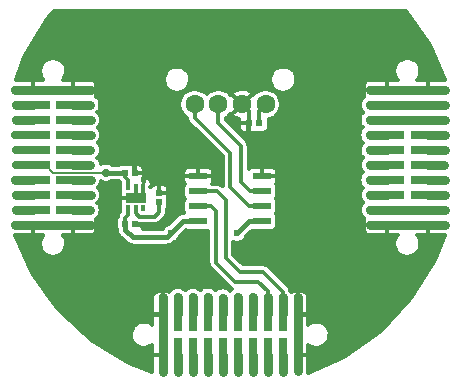
<source format=gtl>
G04 #@! TF.FileFunction,Copper,L1,Top,Signal*
%FSLAX46Y46*%
G04 Gerber Fmt 4.6, Leading zero omitted, Abs format (unit mm)*
G04 Created by KiCad (PCBNEW 4.0.2+e4-6225~38~ubuntu14.04.1-stable) date Wed 20 Jul 2016 03:53:55 BST*
%MOMM*%
G01*
G04 APERTURE LIST*
%ADD10C,0.100000*%
%ADD11R,0.520000X0.520000*%
%ADD12R,0.620000X0.620000*%
%ADD13R,0.400000X0.470000*%
%ADD14R,0.500000X0.500000*%
%ADD15R,1.700000X0.950000*%
%ADD16R,1.550000X0.600000*%
%ADD17R,2.920000X0.740000*%
%ADD18C,1.600000*%
%ADD19R,0.740000X2.920000*%
%ADD20C,0.700000*%
%ADD21C,0.600000*%
%ADD22C,0.400000*%
%ADD23C,0.300000*%
%ADD24C,0.200000*%
%ADD25C,0.740000*%
G04 APERTURE END LIST*
D10*
D11*
X91100000Y-101300000D03*
X91900000Y-101300000D03*
X91100000Y-105600000D03*
X91900000Y-105600000D03*
D12*
X101550000Y-97100000D03*
X102450000Y-97100000D03*
D13*
X91350000Y-104315000D03*
X92000000Y-104315000D03*
X92650000Y-104315000D03*
X92650000Y-102485000D03*
X92000000Y-102485000D03*
X91350000Y-102485000D03*
D14*
X91650000Y-103400000D03*
X92350000Y-103400000D03*
D15*
X92000000Y-103400000D03*
D16*
X102700000Y-105405000D03*
X102700000Y-104135000D03*
X102700000Y-102865000D03*
X102700000Y-101595000D03*
X97300000Y-101595000D03*
X97300000Y-102865000D03*
X97300000Y-104135000D03*
X97300000Y-105405000D03*
D17*
X83285000Y-94285000D03*
X86715000Y-94285000D03*
X83285000Y-95555000D03*
X86715000Y-95555000D03*
X83285000Y-96825000D03*
X86715000Y-96825000D03*
X83285000Y-98095000D03*
X86715000Y-98095000D03*
X83285000Y-99365000D03*
X86715000Y-99365000D03*
X83285000Y-100635000D03*
X86715000Y-100635000D03*
X83285000Y-101905000D03*
X86715000Y-101905000D03*
X83285000Y-103175000D03*
X86715000Y-103175000D03*
X83285000Y-104445000D03*
X86715000Y-104445000D03*
X83285000Y-105715000D03*
X86715000Y-105715000D03*
X113285000Y-94285000D03*
X116715000Y-94285000D03*
X113285000Y-95555000D03*
X116715000Y-95555000D03*
X113285000Y-96825000D03*
X116715000Y-96825000D03*
X113285000Y-98095000D03*
X116715000Y-98095000D03*
X113285000Y-99365000D03*
X116715000Y-99365000D03*
X113285000Y-100635000D03*
X116715000Y-100635000D03*
X113285000Y-101905000D03*
X116715000Y-101905000D03*
X113285000Y-103175000D03*
X116715000Y-103175000D03*
X113285000Y-104445000D03*
X116715000Y-104445000D03*
X113285000Y-105715000D03*
X116715000Y-105715000D03*
D18*
X103000000Y-95500000D03*
X101000000Y-95500000D03*
X99000000Y-95500000D03*
X97000000Y-95500000D03*
D19*
X94285000Y-116715000D03*
X94285000Y-113285000D03*
X95555000Y-116715000D03*
X95555000Y-113285000D03*
X96825000Y-116715000D03*
X96825000Y-113285000D03*
X98095000Y-116715000D03*
X98095000Y-113285000D03*
X99365000Y-116715000D03*
X99365000Y-113285000D03*
X100635000Y-116715000D03*
X100635000Y-113285000D03*
X101905000Y-116715000D03*
X101905000Y-113285000D03*
X103175000Y-116715000D03*
X103175000Y-113285000D03*
X104445000Y-116715000D03*
X104445000Y-113285000D03*
X105715000Y-116715000D03*
X105715000Y-113285000D03*
D11*
X94000000Y-103800000D03*
X94000000Y-103000000D03*
D20*
X89484990Y-101284990D03*
X81835000Y-100635000D03*
X118185000Y-105715000D03*
X118185000Y-94285000D03*
X111815000Y-94285000D03*
X111815000Y-105715000D03*
X94285000Y-118185000D03*
X105715000Y-118115000D03*
X105715000Y-111815000D03*
X94285000Y-111815000D03*
X81815000Y-105715000D03*
X88185000Y-105715000D03*
X88185000Y-94285000D03*
X81815000Y-94285000D03*
D21*
X100600000Y-106400000D03*
X95000000Y-106400000D03*
D20*
X104445000Y-111845000D03*
X103175000Y-111825000D03*
X81845000Y-95555000D03*
X88145000Y-95555000D03*
X81825000Y-96825000D03*
X88175000Y-96825000D03*
X81805000Y-98095000D03*
X88195000Y-98095000D03*
X81835000Y-99365000D03*
X88165000Y-99365000D03*
X88165000Y-100635000D03*
X81805000Y-101905000D03*
X88195000Y-101905000D03*
X81875000Y-103175000D03*
X88175000Y-103175000D03*
X81845000Y-104445000D03*
X88155000Y-104445000D03*
X118155000Y-95555000D03*
X111845000Y-95555000D03*
X118175000Y-96825000D03*
X111825000Y-96825000D03*
X111805000Y-98095000D03*
X118195000Y-98095000D03*
X111835000Y-99365000D03*
X118165000Y-99365000D03*
X111865000Y-100635000D03*
X118135000Y-100635000D03*
X111805000Y-101905000D03*
X118195000Y-101905000D03*
X111875000Y-103175000D03*
X118175000Y-103175000D03*
X118155000Y-104445000D03*
X111855000Y-104445000D03*
X95555000Y-118155000D03*
X95555000Y-111845000D03*
X96825000Y-118125000D03*
X96825000Y-111825000D03*
X98095000Y-118195000D03*
X98095000Y-111805000D03*
X99365000Y-118165000D03*
X99365000Y-111865000D03*
X100635000Y-118165000D03*
X100635000Y-111835000D03*
X101905000Y-118195000D03*
X101905000Y-111805000D03*
X103175000Y-118175000D03*
X104445000Y-118155000D03*
D22*
X91100000Y-101300000D02*
X89500000Y-101300000D01*
X89500000Y-101300000D02*
X89484990Y-101284990D01*
D23*
X91350000Y-102485000D02*
X91350000Y-101875000D01*
X91350000Y-101875000D02*
X91100000Y-101625000D01*
X91100000Y-101625000D02*
X91100000Y-101300000D01*
D24*
X88855010Y-101284990D02*
X89484990Y-101284990D01*
X84375000Y-100635000D02*
X85024990Y-101284990D01*
X85024990Y-101284990D02*
X88855010Y-101284990D01*
X83285000Y-100635000D02*
X84375000Y-100635000D01*
X92750000Y-101500000D02*
X92550000Y-101300000D01*
X92550000Y-101300000D02*
X91900000Y-101300000D01*
X92750000Y-101750000D02*
X92750000Y-101500000D01*
X92650000Y-101850000D02*
X92750000Y-101750000D01*
X92650000Y-102485000D02*
X92650000Y-101850000D01*
X92000000Y-103400000D02*
X92150000Y-103400000D01*
X92150000Y-103400000D02*
X92650000Y-102900000D01*
D23*
X92650000Y-102485000D02*
X92650000Y-102900000D01*
D22*
X92750000Y-106000000D02*
X93000000Y-105750000D01*
X92350000Y-105600000D02*
X92750000Y-106000000D01*
X91900000Y-105600000D02*
X92350000Y-105600000D01*
D23*
X92000000Y-102485000D02*
X92000000Y-103400000D01*
X101550000Y-97100000D02*
X101550000Y-96050000D01*
X101550000Y-96050000D02*
X101000000Y-95500000D01*
D25*
X116715000Y-105715000D02*
X118185000Y-105715000D01*
X116715000Y-94285000D02*
X118185000Y-94285000D01*
X113285000Y-94285000D02*
X116715000Y-94285000D01*
X113285000Y-94285000D02*
X111815000Y-94285000D01*
X113285000Y-105715000D02*
X111815000Y-105715000D01*
X113285000Y-105715000D02*
X116715000Y-105715000D01*
X94285000Y-111815000D02*
X94285000Y-118185000D01*
X105715000Y-111815000D02*
X105715000Y-113285000D01*
X105715000Y-118115000D02*
X105715000Y-116715000D01*
X105715000Y-116715000D02*
X105715000Y-113285000D01*
X81815000Y-105715000D02*
X88185000Y-105715000D01*
X86715000Y-94285000D02*
X88185000Y-94285000D01*
X83285000Y-94285000D02*
X86715000Y-94285000D01*
X81815000Y-94285000D02*
X83285000Y-94285000D01*
D22*
X91100000Y-105600000D02*
X91100000Y-106125000D01*
X91100000Y-106125000D02*
X91725000Y-106750000D01*
X91725000Y-106750000D02*
X94650000Y-106750000D01*
X94650000Y-106750000D02*
X95000000Y-106400000D01*
X101595000Y-105405000D02*
X100600000Y-106400000D01*
X102700000Y-105405000D02*
X101595000Y-105405000D01*
X95995000Y-105405000D02*
X97300000Y-105405000D01*
X95000000Y-106400000D02*
X95995000Y-105405000D01*
D23*
X102170000Y-105405000D02*
X102700000Y-105405000D01*
X91100000Y-105600000D02*
X91100000Y-105100000D01*
X91100000Y-105100000D02*
X91350000Y-104850000D01*
X91350000Y-104850000D02*
X91350000Y-104315000D01*
X102450000Y-97100000D02*
X102450000Y-96050000D01*
X102450000Y-96050000D02*
X103000000Y-95500000D01*
X93625000Y-105000000D02*
X94000000Y-104625000D01*
X94000000Y-104625000D02*
X94000000Y-103800000D01*
X92275000Y-105000000D02*
X93625000Y-105000000D01*
X92000000Y-104725000D02*
X92275000Y-105000000D01*
X92000000Y-104315000D02*
X92000000Y-104725000D01*
X97000000Y-95500000D02*
X97000000Y-96631370D01*
X97000000Y-96631370D02*
X100000000Y-99631370D01*
X100000000Y-102510000D02*
X101625000Y-104135000D01*
X100000000Y-99631370D02*
X100000000Y-102510000D01*
X101625000Y-104135000D02*
X102700000Y-104135000D01*
X99000000Y-95500000D02*
X99000000Y-97100000D01*
X99000000Y-97100000D02*
X100900000Y-99000000D01*
X100900000Y-99000000D02*
X100900000Y-102100000D01*
X100900000Y-102100000D02*
X101665000Y-102865000D01*
X101665000Y-102865000D02*
X102700000Y-102865000D01*
X104445000Y-111845000D02*
X104445000Y-111350026D01*
X104445000Y-111350026D02*
X102794974Y-109700000D01*
X98865000Y-102865000D02*
X97300000Y-102865000D01*
X102794974Y-109700000D02*
X100800000Y-109700000D01*
X100800000Y-109700000D02*
X99600000Y-108500000D01*
X99600000Y-108500000D02*
X99600000Y-103600000D01*
X99600000Y-103600000D02*
X98865000Y-102865000D01*
D25*
X104445000Y-111845000D02*
X104445000Y-113285000D01*
D23*
X97300000Y-104135000D02*
X98375000Y-104135000D01*
X98800000Y-104560000D02*
X98800000Y-108900000D01*
X98375000Y-104135000D02*
X98800000Y-104560000D01*
X100400000Y-110500000D02*
X102344974Y-110500000D01*
X98800000Y-108900000D02*
X100400000Y-110500000D01*
X103175000Y-111330026D02*
X103175000Y-111825000D01*
X102344974Y-110500000D02*
X103175000Y-111330026D01*
D25*
X103175000Y-111825000D02*
X103175000Y-113285000D01*
X83285000Y-95555000D02*
X81845000Y-95555000D01*
X88145000Y-95555000D02*
X86715000Y-95555000D01*
X83285000Y-96825000D02*
X81825000Y-96825000D01*
X88175000Y-96825000D02*
X86715000Y-96825000D01*
X88195000Y-98095000D02*
X86715000Y-98095000D01*
X88165000Y-99365000D02*
X86715000Y-99365000D01*
X88165000Y-100635000D02*
X86715000Y-100635000D01*
X81805000Y-101905000D02*
X83285000Y-101905000D01*
X88195000Y-101905000D02*
X86715000Y-101905000D01*
X81875000Y-103175000D02*
X83285000Y-103175000D01*
X88175000Y-103175000D02*
X86715000Y-103175000D01*
X81845000Y-104445000D02*
X83285000Y-104445000D01*
X88155000Y-104445000D02*
X86715000Y-104445000D01*
X113285000Y-95555000D02*
X116715000Y-95555000D01*
X116715000Y-95555000D02*
X118155000Y-95555000D01*
X113285000Y-95555000D02*
X111845000Y-95555000D01*
X113285000Y-96825000D02*
X116715000Y-96825000D01*
X116715000Y-96825000D02*
X118175000Y-96825000D01*
X113285000Y-96825000D02*
X111825000Y-96825000D01*
X113285000Y-98095000D02*
X111805000Y-98095000D01*
X116715000Y-98095000D02*
X118195000Y-98095000D01*
X113285000Y-99365000D02*
X111835000Y-99365000D01*
X116715000Y-99365000D02*
X118165000Y-99365000D01*
X113285000Y-100635000D02*
X111865000Y-100635000D01*
X116715000Y-100635000D02*
X118135000Y-100635000D01*
X113285000Y-101905000D02*
X111805000Y-101905000D01*
X116715000Y-101905000D02*
X118195000Y-101905000D01*
X113285000Y-103175000D02*
X111875000Y-103175000D01*
X116715000Y-103175000D02*
X118175000Y-103175000D01*
X116715000Y-104445000D02*
X118155000Y-104445000D01*
X113285000Y-104445000D02*
X116715000Y-104445000D01*
X113285000Y-104445000D02*
X111855000Y-104445000D01*
X95555000Y-118155000D02*
X95555000Y-116715000D01*
X95555000Y-111845000D02*
X95555000Y-113285000D01*
X96825000Y-118125000D02*
X96825000Y-116715000D01*
X96825000Y-111825000D02*
X96825000Y-113285000D01*
X98095000Y-118195000D02*
X98095000Y-116715000D01*
X98095000Y-111805000D02*
X98095000Y-113285000D01*
X99365000Y-118165000D02*
X99365000Y-116715000D01*
X99365000Y-111865000D02*
X99365000Y-113285000D01*
X100635000Y-118165000D02*
X100635000Y-116715000D01*
X100635000Y-111835000D02*
X100635000Y-113285000D01*
X101905000Y-118195000D02*
X101905000Y-116715000D01*
X101905000Y-111805000D02*
X101905000Y-113285000D01*
X103175000Y-118175000D02*
X103175000Y-116715000D01*
X104445000Y-118155000D02*
X104445000Y-116715000D01*
D23*
G36*
X116931913Y-90483031D02*
X118221348Y-93415000D01*
X116850000Y-93415000D01*
X116725000Y-93540000D01*
X116725000Y-94275000D01*
X116745000Y-94275000D01*
X116745000Y-94295000D01*
X116725000Y-94295000D01*
X116725000Y-94315000D01*
X116705000Y-94315000D01*
X116705000Y-94295000D01*
X113295000Y-94295000D01*
X113295000Y-94315000D01*
X113275000Y-94315000D01*
X113275000Y-94295000D01*
X111450000Y-94295000D01*
X111325000Y-94420000D01*
X111325000Y-94704246D01*
X111344215Y-94800845D01*
X111358235Y-94834693D01*
X111231968Y-94937673D01*
X111123737Y-95068502D01*
X111042979Y-95217861D01*
X110992770Y-95380062D01*
X110975021Y-95548926D01*
X110990410Y-95718022D01*
X111038350Y-95880908D01*
X111117015Y-96031380D01*
X111223409Y-96163707D01*
X111244341Y-96181271D01*
X111211968Y-96207673D01*
X111103737Y-96338502D01*
X111022979Y-96487861D01*
X110972770Y-96650062D01*
X110955021Y-96818926D01*
X110970410Y-96988022D01*
X111018350Y-97150908D01*
X111097015Y-97301380D01*
X111203409Y-97433707D01*
X111224341Y-97451271D01*
X111191968Y-97477673D01*
X111083737Y-97608502D01*
X111002979Y-97757861D01*
X110952770Y-97920062D01*
X110935021Y-98088926D01*
X110950410Y-98258022D01*
X110998350Y-98420908D01*
X111077015Y-98571380D01*
X111183409Y-98703707D01*
X111228985Y-98741950D01*
X111221968Y-98747673D01*
X111113737Y-98878502D01*
X111032979Y-99027861D01*
X110982770Y-99190062D01*
X110965021Y-99358926D01*
X110980410Y-99528022D01*
X111028350Y-99690908D01*
X111107015Y-99841380D01*
X111213409Y-99973707D01*
X111258985Y-100011950D01*
X111251968Y-100017673D01*
X111143737Y-100148502D01*
X111062979Y-100297861D01*
X111012770Y-100460062D01*
X110995021Y-100628926D01*
X111010410Y-100798022D01*
X111058350Y-100960908D01*
X111137015Y-101111380D01*
X111243409Y-101243707D01*
X111244625Y-101244727D01*
X111191968Y-101287673D01*
X111083737Y-101418502D01*
X111002979Y-101567861D01*
X110952770Y-101730062D01*
X110935021Y-101898926D01*
X110950410Y-102068022D01*
X110998350Y-102230908D01*
X111077015Y-102381380D01*
X111183409Y-102513707D01*
X111251248Y-102570631D01*
X111153737Y-102688502D01*
X111072979Y-102837861D01*
X111022770Y-103000062D01*
X111005021Y-103168926D01*
X111020410Y-103338022D01*
X111068350Y-103500908D01*
X111147015Y-103651380D01*
X111253409Y-103783707D01*
X111274341Y-103801271D01*
X111241968Y-103827673D01*
X111133737Y-103958502D01*
X111052979Y-104107861D01*
X111002770Y-104270062D01*
X110985021Y-104438926D01*
X111000410Y-104608022D01*
X111048350Y-104770908D01*
X111127015Y-104921380D01*
X111233409Y-105053707D01*
X111360343Y-105160218D01*
X111344215Y-105199155D01*
X111325000Y-105295754D01*
X111325000Y-105580000D01*
X111450000Y-105705000D01*
X113275000Y-105705000D01*
X113275000Y-105685000D01*
X113295000Y-105685000D01*
X113295000Y-105705000D01*
X116705000Y-105705000D01*
X116705000Y-105685000D01*
X116725000Y-105685000D01*
X116725000Y-105705000D01*
X116745000Y-105705000D01*
X116745000Y-105725000D01*
X116725000Y-105725000D01*
X116725000Y-106460000D01*
X116850000Y-106585000D01*
X118178499Y-106585000D01*
X117358128Y-108715373D01*
X115334725Y-111920931D01*
X112727217Y-114672432D01*
X109634938Y-116865062D01*
X106583336Y-118232613D01*
X106585000Y-118224245D01*
X106585000Y-116850000D01*
X106460000Y-116725000D01*
X105725000Y-116725000D01*
X105725000Y-116745000D01*
X105705000Y-116745000D01*
X105705000Y-116725000D01*
X105685000Y-116725000D01*
X105685000Y-116705000D01*
X105705000Y-116705000D01*
X105705000Y-113295000D01*
X105725000Y-113295000D01*
X105725000Y-116705000D01*
X106460000Y-116705000D01*
X106585000Y-116580000D01*
X106585000Y-115837997D01*
X106588619Y-115841745D01*
X106765758Y-115964860D01*
X106963437Y-116051224D01*
X107174125Y-116097547D01*
X107389799Y-116102064D01*
X107602243Y-116064605D01*
X107803365Y-115986595D01*
X107985504Y-115871006D01*
X108141723Y-115722240D01*
X108266072Y-115545965D01*
X108353814Y-115348894D01*
X108401606Y-115138534D01*
X108405047Y-114892139D01*
X108363146Y-114680527D01*
X108280941Y-114481083D01*
X108161563Y-114301404D01*
X108009559Y-114148335D01*
X107830718Y-114027705D01*
X107631853Y-113944110D01*
X107420538Y-113900733D01*
X107204822Y-113899227D01*
X106992922Y-113939649D01*
X106792909Y-114020460D01*
X106612401Y-114138581D01*
X106585000Y-114165414D01*
X106585000Y-113420000D01*
X106460000Y-113295000D01*
X105725000Y-113295000D01*
X105705000Y-113295000D01*
X105685000Y-113295000D01*
X105685000Y-113275000D01*
X105705000Y-113275000D01*
X105705000Y-111450000D01*
X105725000Y-111450000D01*
X105725000Y-113275000D01*
X106460000Y-113275000D01*
X106585000Y-113150000D01*
X106585000Y-111775755D01*
X106565785Y-111679156D01*
X106528094Y-111588161D01*
X106473376Y-111506269D01*
X106403732Y-111436625D01*
X106321839Y-111381906D01*
X106230845Y-111344215D01*
X106134246Y-111325000D01*
X105850000Y-111325000D01*
X105725000Y-111450000D01*
X105705000Y-111450000D01*
X105580000Y-111325000D01*
X105295754Y-111325000D01*
X105199155Y-111344215D01*
X105165307Y-111358235D01*
X105086649Y-111261790D01*
X105083908Y-111230458D01*
X105082955Y-111227176D01*
X105082621Y-111223774D01*
X105065266Y-111166291D01*
X105048516Y-111108637D01*
X105046943Y-111105602D01*
X105045955Y-111102330D01*
X105017756Y-111049295D01*
X104990136Y-110996011D01*
X104988005Y-110993342D01*
X104986399Y-110990321D01*
X104948452Y-110943794D01*
X104910992Y-110896868D01*
X104906298Y-110892109D01*
X104906221Y-110892014D01*
X104906133Y-110891941D01*
X104904619Y-110890406D01*
X103254593Y-109240381D01*
X103208228Y-109202296D01*
X103162203Y-109163676D01*
X103159205Y-109162028D01*
X103156566Y-109159860D01*
X103103650Y-109131486D01*
X103051036Y-109102562D01*
X103047780Y-109101529D01*
X103044766Y-109099913D01*
X102987310Y-109082347D01*
X102930117Y-109064204D01*
X102926723Y-109063823D01*
X102923451Y-109062823D01*
X102863703Y-109056754D01*
X102804049Y-109050063D01*
X102797367Y-109050017D01*
X102797243Y-109050004D01*
X102797127Y-109050015D01*
X102794974Y-109050000D01*
X101069239Y-109050000D01*
X100250000Y-108230762D01*
X100250000Y-107120143D01*
X100351590Y-107164527D01*
X100504818Y-107198216D01*
X100661672Y-107201502D01*
X100816177Y-107174258D01*
X100962447Y-107117524D01*
X101094912Y-107033459D01*
X101208526Y-106925266D01*
X101298962Y-106797066D01*
X101362774Y-106653741D01*
X101370584Y-106619366D01*
X101800257Y-106189692D01*
X101925000Y-106207419D01*
X103475000Y-106207419D01*
X103554623Y-106201070D01*
X103689672Y-106159247D01*
X103807724Y-106081457D01*
X103899429Y-105973858D01*
X103955261Y-105850000D01*
X111325000Y-105850000D01*
X111325000Y-106134246D01*
X111344215Y-106230845D01*
X111381906Y-106321839D01*
X111436625Y-106403732D01*
X111506269Y-106473376D01*
X111588161Y-106528094D01*
X111679156Y-106565785D01*
X111775755Y-106585000D01*
X113150000Y-106585000D01*
X113275000Y-106460000D01*
X113275000Y-105725000D01*
X113295000Y-105725000D01*
X113295000Y-106460000D01*
X113420000Y-106585000D01*
X114162988Y-106585000D01*
X114153274Y-106594513D01*
X114031399Y-106772507D01*
X113946417Y-106970784D01*
X113901566Y-107181791D01*
X113898555Y-107397491D01*
X113937496Y-107609668D01*
X114016909Y-107810240D01*
X114133766Y-107991568D01*
X114283619Y-108146745D01*
X114460758Y-108269860D01*
X114658437Y-108356224D01*
X114869125Y-108402547D01*
X115084799Y-108407064D01*
X115297243Y-108369605D01*
X115498365Y-108291595D01*
X115680504Y-108176006D01*
X115836723Y-108027240D01*
X115961072Y-107850965D01*
X116048814Y-107653894D01*
X116096606Y-107443534D01*
X116100047Y-107197139D01*
X116058146Y-106985527D01*
X115975941Y-106786083D01*
X115856563Y-106606404D01*
X115835308Y-106585000D01*
X116580000Y-106585000D01*
X116705000Y-106460000D01*
X116705000Y-105725000D01*
X113295000Y-105725000D01*
X113275000Y-105725000D01*
X111450000Y-105725000D01*
X111325000Y-105850000D01*
X103955261Y-105850000D01*
X103957528Y-105844971D01*
X103977419Y-105705000D01*
X103977419Y-105105000D01*
X103971070Y-105025377D01*
X103929247Y-104890328D01*
X103851457Y-104772276D01*
X103845468Y-104767172D01*
X103899429Y-104703858D01*
X103957528Y-104574971D01*
X103977419Y-104435000D01*
X103977419Y-103835000D01*
X103971070Y-103755377D01*
X103929247Y-103620328D01*
X103851457Y-103502276D01*
X103845468Y-103497172D01*
X103899429Y-103433858D01*
X103957528Y-103304971D01*
X103977419Y-103165000D01*
X103977419Y-102565000D01*
X103971070Y-102485377D01*
X103929247Y-102350328D01*
X103851457Y-102232276D01*
X103847880Y-102229227D01*
X103863376Y-102213731D01*
X103918094Y-102131839D01*
X103955785Y-102040844D01*
X103975000Y-101944245D01*
X103975000Y-101730000D01*
X103850000Y-101605000D01*
X102710000Y-101605000D01*
X102710000Y-101625000D01*
X102690000Y-101625000D01*
X102690000Y-101605000D01*
X102670000Y-101605000D01*
X102670000Y-101585000D01*
X102690000Y-101585000D01*
X102690000Y-100920000D01*
X102710000Y-100920000D01*
X102710000Y-101585000D01*
X103850000Y-101585000D01*
X103975000Y-101460000D01*
X103975000Y-101245755D01*
X103955785Y-101149156D01*
X103918094Y-101058161D01*
X103863376Y-100976269D01*
X103793732Y-100906625D01*
X103711839Y-100851906D01*
X103620845Y-100814215D01*
X103524246Y-100795000D01*
X102835000Y-100795000D01*
X102710000Y-100920000D01*
X102690000Y-100920000D01*
X102565000Y-100795000D01*
X101875754Y-100795000D01*
X101779155Y-100814215D01*
X101688161Y-100851906D01*
X101606268Y-100906625D01*
X101550000Y-100962893D01*
X101550000Y-99000000D01*
X101544144Y-98940271D01*
X101538909Y-98880432D01*
X101537954Y-98877145D01*
X101537621Y-98873748D01*
X101520278Y-98816306D01*
X101503516Y-98758611D01*
X101501943Y-98755576D01*
X101500955Y-98752304D01*
X101472756Y-98699269D01*
X101445136Y-98645985D01*
X101443005Y-98643316D01*
X101441399Y-98640295D01*
X101403452Y-98593768D01*
X101365992Y-98546842D01*
X101361298Y-98542083D01*
X101361221Y-98541988D01*
X101361133Y-98541916D01*
X101359620Y-98540381D01*
X100054239Y-97235000D01*
X100740000Y-97235000D01*
X100740000Y-97459245D01*
X100759215Y-97555844D01*
X100796906Y-97646839D01*
X100851624Y-97728731D01*
X100921268Y-97798375D01*
X101003161Y-97853094D01*
X101094155Y-97890785D01*
X101190754Y-97910000D01*
X101415000Y-97910000D01*
X101540000Y-97785000D01*
X101540000Y-97110000D01*
X100865000Y-97110000D01*
X100740000Y-97235000D01*
X100054239Y-97235000D01*
X99650000Y-96830762D01*
X99650000Y-96627250D01*
X99804232Y-96529371D01*
X99988855Y-96353557D01*
X99996767Y-96342340D01*
X100171803Y-96342340D01*
X100240294Y-96562658D01*
X100462206Y-96690451D01*
X100704784Y-96772495D01*
X100740000Y-96777092D01*
X100740000Y-96965000D01*
X100865000Y-97090000D01*
X101540000Y-97090000D01*
X101540000Y-97070000D01*
X101560000Y-97070000D01*
X101560000Y-97090000D01*
X101580000Y-97090000D01*
X101580000Y-97110000D01*
X101560000Y-97110000D01*
X101560000Y-97785000D01*
X101685000Y-97910000D01*
X101909246Y-97910000D01*
X101999127Y-97892121D01*
X102000029Y-97892528D01*
X102140000Y-97912419D01*
X102760000Y-97912419D01*
X102839623Y-97906070D01*
X102974672Y-97864247D01*
X103092724Y-97786457D01*
X103184429Y-97678858D01*
X103242528Y-97549971D01*
X103262419Y-97410000D01*
X103262419Y-96790000D01*
X103261148Y-96774064D01*
X103351287Y-96758170D01*
X103588977Y-96665976D01*
X103804232Y-96529371D01*
X103988855Y-96353557D01*
X104135813Y-96145231D01*
X104239507Y-95912329D01*
X104295990Y-95663722D01*
X104300056Y-95372528D01*
X104250537Y-95122441D01*
X104153386Y-94886734D01*
X104012302Y-94674386D01*
X103832661Y-94493486D01*
X103621303Y-94350924D01*
X103386280Y-94252129D01*
X103136544Y-94200866D01*
X102881608Y-94199086D01*
X102631180Y-94246858D01*
X102394801Y-94342361D01*
X102181474Y-94481959D01*
X101999324Y-94660333D01*
X101965298Y-94710027D01*
X101842340Y-94671803D01*
X101014142Y-95500000D01*
X101028285Y-95514142D01*
X101014142Y-95528285D01*
X101000000Y-95514142D01*
X100171803Y-96342340D01*
X99996767Y-96342340D01*
X100033888Y-96289719D01*
X100157660Y-96328197D01*
X100985858Y-95500000D01*
X100157660Y-94671803D01*
X100035763Y-94709698D01*
X100012302Y-94674386D01*
X99995693Y-94657660D01*
X100171803Y-94657660D01*
X101000000Y-95485858D01*
X101828197Y-94657660D01*
X101759706Y-94437342D01*
X101537794Y-94309549D01*
X101295216Y-94227505D01*
X101041292Y-94194362D01*
X100785781Y-94211394D01*
X100538502Y-94277946D01*
X100308959Y-94391462D01*
X100240294Y-94437342D01*
X100171803Y-94657660D01*
X99995693Y-94657660D01*
X99832661Y-94493486D01*
X99621303Y-94350924D01*
X99386280Y-94252129D01*
X99136544Y-94200866D01*
X98881608Y-94199086D01*
X98631180Y-94246858D01*
X98394801Y-94342361D01*
X98181474Y-94481959D01*
X97999324Y-94660333D01*
X97998925Y-94660915D01*
X97832661Y-94493486D01*
X97621303Y-94350924D01*
X97386280Y-94252129D01*
X97136544Y-94200866D01*
X96881608Y-94199086D01*
X96631180Y-94246858D01*
X96394801Y-94342361D01*
X96181474Y-94481959D01*
X95999324Y-94660333D01*
X95855289Y-94870690D01*
X95754857Y-95105017D01*
X95701851Y-95354389D01*
X95698291Y-95609308D01*
X95744313Y-95860062D01*
X95838164Y-96097102D01*
X95976269Y-96311399D01*
X96153367Y-96494790D01*
X96350009Y-96631459D01*
X96355861Y-96691148D01*
X96361092Y-96750938D01*
X96362045Y-96754220D01*
X96362379Y-96757622D01*
X96379734Y-96815105D01*
X96396484Y-96872759D01*
X96398057Y-96875794D01*
X96399045Y-96879066D01*
X96427244Y-96932101D01*
X96454864Y-96985385D01*
X96456995Y-96988054D01*
X96458601Y-96991075D01*
X96496548Y-97037602D01*
X96534008Y-97084528D01*
X96538698Y-97089283D01*
X96538779Y-97089382D01*
X96538871Y-97089458D01*
X96540381Y-97090989D01*
X99350000Y-99900609D01*
X99350000Y-102430762D01*
X99324619Y-102405381D01*
X99278254Y-102367296D01*
X99232229Y-102328676D01*
X99229231Y-102327028D01*
X99226592Y-102324860D01*
X99173676Y-102296486D01*
X99121062Y-102267562D01*
X99117806Y-102266529D01*
X99114792Y-102264913D01*
X99057336Y-102247347D01*
X99000143Y-102229204D01*
X98996749Y-102228823D01*
X98993477Y-102227823D01*
X98933729Y-102221754D01*
X98874075Y-102215063D01*
X98867393Y-102215017D01*
X98867269Y-102215004D01*
X98867153Y-102215015D01*
X98865000Y-102215000D01*
X98462107Y-102215000D01*
X98463376Y-102213731D01*
X98518094Y-102131839D01*
X98555785Y-102040844D01*
X98575000Y-101944245D01*
X98575000Y-101730000D01*
X98450000Y-101605000D01*
X97310000Y-101605000D01*
X97310000Y-101625000D01*
X97290000Y-101625000D01*
X97290000Y-101605000D01*
X96150000Y-101605000D01*
X96025000Y-101730000D01*
X96025000Y-101944245D01*
X96044215Y-102040844D01*
X96081906Y-102131839D01*
X96136624Y-102213731D01*
X96155079Y-102232186D01*
X96100571Y-102296142D01*
X96042472Y-102425029D01*
X96022581Y-102565000D01*
X96022581Y-103165000D01*
X96028930Y-103244623D01*
X96070753Y-103379672D01*
X96148543Y-103497724D01*
X96154532Y-103502828D01*
X96100571Y-103566142D01*
X96042472Y-103695029D01*
X96022581Y-103835000D01*
X96022581Y-104435000D01*
X96028930Y-104514623D01*
X96070753Y-104649672D01*
X96107211Y-104705000D01*
X95995000Y-104705000D01*
X95930567Y-104711317D01*
X95866234Y-104716946D01*
X95862705Y-104717971D01*
X95859036Y-104718331D01*
X95797104Y-104737030D01*
X95735042Y-104755060D01*
X95731772Y-104756755D01*
X95728251Y-104757818D01*
X95671175Y-104788166D01*
X95613752Y-104817931D01*
X95610876Y-104820227D01*
X95607626Y-104821955D01*
X95557533Y-104862809D01*
X95506984Y-104903162D01*
X95501865Y-104908211D01*
X95501756Y-104908300D01*
X95501672Y-104908401D01*
X95500025Y-104910026D01*
X94783144Y-105626906D01*
X94773034Y-105628835D01*
X94627570Y-105687607D01*
X94496291Y-105773513D01*
X94384199Y-105883282D01*
X94295562Y-106012732D01*
X94279589Y-106050000D01*
X92622495Y-106050000D01*
X92640785Y-106005844D01*
X92660000Y-105909245D01*
X92660000Y-105735000D01*
X92575000Y-105650000D01*
X93625000Y-105650000D01*
X93684778Y-105644139D01*
X93744568Y-105638908D01*
X93747850Y-105637955D01*
X93751252Y-105637621D01*
X93808735Y-105620266D01*
X93866389Y-105603516D01*
X93869424Y-105601943D01*
X93872696Y-105600955D01*
X93925731Y-105572756D01*
X93979015Y-105545136D01*
X93981684Y-105543005D01*
X93984705Y-105541399D01*
X94031232Y-105503452D01*
X94078158Y-105465992D01*
X94082913Y-105461302D01*
X94083012Y-105461221D01*
X94083088Y-105461129D01*
X94084619Y-105459619D01*
X94459619Y-105084619D01*
X94497722Y-105038232D01*
X94536324Y-104992229D01*
X94537970Y-104989234D01*
X94540140Y-104986593D01*
X94568525Y-104933655D01*
X94597438Y-104881062D01*
X94598471Y-104877806D01*
X94600087Y-104874792D01*
X94617653Y-104817336D01*
X94635796Y-104760143D01*
X94636177Y-104756749D01*
X94637177Y-104753477D01*
X94643246Y-104693729D01*
X94649937Y-104634075D01*
X94649983Y-104627393D01*
X94649996Y-104627269D01*
X94649985Y-104627153D01*
X94650000Y-104625000D01*
X94650000Y-104369254D01*
X94684429Y-104328858D01*
X94742528Y-104199971D01*
X94762419Y-104060000D01*
X94762419Y-103540000D01*
X94756070Y-103460377D01*
X94739868Y-103408059D01*
X94740785Y-103405845D01*
X94760000Y-103309246D01*
X94760000Y-103135000D01*
X94635000Y-103010000D01*
X94010000Y-103010000D01*
X94010000Y-103030000D01*
X93990000Y-103030000D01*
X93990000Y-103010000D01*
X93970000Y-103010000D01*
X93970000Y-102990000D01*
X93990000Y-102990000D01*
X93990000Y-102365000D01*
X94010000Y-102365000D01*
X94010000Y-102990000D01*
X94635000Y-102990000D01*
X94760000Y-102865000D01*
X94760000Y-102690754D01*
X94740785Y-102594155D01*
X94703094Y-102503161D01*
X94648375Y-102421268D01*
X94578731Y-102351624D01*
X94496839Y-102296906D01*
X94405844Y-102259215D01*
X94309245Y-102240000D01*
X94135000Y-102240000D01*
X94010000Y-102365000D01*
X93990000Y-102365000D01*
X93865000Y-102240000D01*
X93690755Y-102240000D01*
X93594156Y-102259215D01*
X93503161Y-102296906D01*
X93421269Y-102351624D01*
X93351625Y-102421268D01*
X93315724Y-102474998D01*
X93225002Y-102474998D01*
X93350000Y-102350000D01*
X93350000Y-102200754D01*
X93330785Y-102104155D01*
X93293094Y-102013161D01*
X93238375Y-101931268D01*
X93168731Y-101861624D01*
X93086839Y-101806906D01*
X92995844Y-101769215D01*
X92899245Y-101750000D01*
X92785000Y-101750000D01*
X92660000Y-101875000D01*
X92660000Y-102053976D01*
X92643094Y-102013161D01*
X92640000Y-102008530D01*
X92640000Y-101875000D01*
X92586570Y-101821570D01*
X92603094Y-101796839D01*
X92640785Y-101705844D01*
X92660000Y-101609245D01*
X92660000Y-101435000D01*
X92535000Y-101310000D01*
X91910000Y-101310000D01*
X91910000Y-101330000D01*
X91890000Y-101330000D01*
X91890000Y-101310000D01*
X91870000Y-101310000D01*
X91870000Y-101290000D01*
X91890000Y-101290000D01*
X91890000Y-100665000D01*
X91910000Y-100665000D01*
X91910000Y-101290000D01*
X92535000Y-101290000D01*
X92579245Y-101245755D01*
X96025000Y-101245755D01*
X96025000Y-101460000D01*
X96150000Y-101585000D01*
X97290000Y-101585000D01*
X97290000Y-100920000D01*
X97310000Y-100920000D01*
X97310000Y-101585000D01*
X98450000Y-101585000D01*
X98575000Y-101460000D01*
X98575000Y-101245755D01*
X98555785Y-101149156D01*
X98518094Y-101058161D01*
X98463376Y-100976269D01*
X98393732Y-100906625D01*
X98311839Y-100851906D01*
X98220845Y-100814215D01*
X98124246Y-100795000D01*
X97435000Y-100795000D01*
X97310000Y-100920000D01*
X97290000Y-100920000D01*
X97165000Y-100795000D01*
X96475754Y-100795000D01*
X96379155Y-100814215D01*
X96288161Y-100851906D01*
X96206268Y-100906625D01*
X96136624Y-100976269D01*
X96081906Y-101058161D01*
X96044215Y-101149156D01*
X96025000Y-101245755D01*
X92579245Y-101245755D01*
X92660000Y-101165000D01*
X92660000Y-100990755D01*
X92640785Y-100894156D01*
X92603094Y-100803161D01*
X92548376Y-100721269D01*
X92478732Y-100651625D01*
X92396839Y-100596906D01*
X92305845Y-100559215D01*
X92209246Y-100540000D01*
X92035000Y-100540000D01*
X91910000Y-100665000D01*
X91890000Y-100665000D01*
X91765000Y-100540000D01*
X91590754Y-100540000D01*
X91500873Y-100557879D01*
X91499971Y-100557472D01*
X91360000Y-100537581D01*
X90840000Y-100537581D01*
X90760377Y-100543930D01*
X90625328Y-100585753D01*
X90603707Y-100600000D01*
X89989563Y-100600000D01*
X89891227Y-100533671D01*
X89737558Y-100469074D01*
X89574269Y-100435556D01*
X89407580Y-100434392D01*
X89243838Y-100465627D01*
X89089283Y-100528072D01*
X89028325Y-100567962D01*
X89019590Y-100471978D01*
X88971650Y-100309092D01*
X88892985Y-100158620D01*
X88786591Y-100026293D01*
X88755802Y-100000458D01*
X88778032Y-99982327D01*
X88886263Y-99851498D01*
X88967021Y-99702139D01*
X89017230Y-99539938D01*
X89034979Y-99371074D01*
X89019590Y-99201978D01*
X88971650Y-99039092D01*
X88892985Y-98888620D01*
X88786591Y-98756293D01*
X88770588Y-98742865D01*
X88808032Y-98712327D01*
X88916263Y-98581498D01*
X88997021Y-98432139D01*
X89047230Y-98269938D01*
X89064979Y-98101074D01*
X89049590Y-97931978D01*
X89001650Y-97769092D01*
X88922985Y-97618620D01*
X88816591Y-97486293D01*
X88775944Y-97452186D01*
X88788032Y-97442327D01*
X88896263Y-97311498D01*
X88977021Y-97162139D01*
X89027230Y-96999938D01*
X89044979Y-96831074D01*
X89029590Y-96661978D01*
X88981650Y-96499092D01*
X88902985Y-96348620D01*
X88796591Y-96216293D01*
X88751015Y-96178050D01*
X88758032Y-96172327D01*
X88866263Y-96041498D01*
X88947021Y-95892139D01*
X88997230Y-95729938D01*
X89014979Y-95561074D01*
X88999590Y-95391978D01*
X88951650Y-95229092D01*
X88872985Y-95078620D01*
X88766591Y-94946293D01*
X88639657Y-94839782D01*
X88655785Y-94800845D01*
X88675000Y-94704246D01*
X88675000Y-94420000D01*
X88550000Y-94295000D01*
X86725000Y-94295000D01*
X86725000Y-94315000D01*
X86705000Y-94315000D01*
X86705000Y-94295000D01*
X83295000Y-94295000D01*
X83295000Y-94315000D01*
X83275000Y-94315000D01*
X83275000Y-94295000D01*
X83255000Y-94295000D01*
X83255000Y-94275000D01*
X83275000Y-94275000D01*
X83275000Y-93540000D01*
X83295000Y-93540000D01*
X83295000Y-94275000D01*
X86705000Y-94275000D01*
X86705000Y-93540000D01*
X86725000Y-93540000D01*
X86725000Y-94275000D01*
X88550000Y-94275000D01*
X88675000Y-94150000D01*
X88675000Y-93865754D01*
X88655785Y-93769155D01*
X88618094Y-93678161D01*
X88563375Y-93596268D01*
X88493731Y-93526624D01*
X88442647Y-93492491D01*
X94398555Y-93492491D01*
X94437496Y-93704668D01*
X94516909Y-93905240D01*
X94633766Y-94086568D01*
X94783619Y-94241745D01*
X94960758Y-94364860D01*
X95158437Y-94451224D01*
X95369125Y-94497547D01*
X95584799Y-94502064D01*
X95797243Y-94464605D01*
X95998365Y-94386595D01*
X96180504Y-94271006D01*
X96336723Y-94122240D01*
X96461072Y-93945965D01*
X96548814Y-93748894D01*
X96596606Y-93538534D01*
X96597249Y-93492491D01*
X103398555Y-93492491D01*
X103437496Y-93704668D01*
X103516909Y-93905240D01*
X103633766Y-94086568D01*
X103783619Y-94241745D01*
X103960758Y-94364860D01*
X104158437Y-94451224D01*
X104369125Y-94497547D01*
X104584799Y-94502064D01*
X104797243Y-94464605D01*
X104998365Y-94386595D01*
X105180504Y-94271006D01*
X105336723Y-94122240D01*
X105461072Y-93945965D01*
X105496784Y-93865754D01*
X111325000Y-93865754D01*
X111325000Y-94150000D01*
X111450000Y-94275000D01*
X113275000Y-94275000D01*
X113275000Y-93540000D01*
X113295000Y-93540000D01*
X113295000Y-94275000D01*
X116705000Y-94275000D01*
X116705000Y-93540000D01*
X116580000Y-93415000D01*
X115838303Y-93415000D01*
X115961072Y-93240965D01*
X116048814Y-93043894D01*
X116096606Y-92833534D01*
X116100047Y-92587139D01*
X116058146Y-92375527D01*
X115975941Y-92176083D01*
X115856563Y-91996404D01*
X115704559Y-91843335D01*
X115525718Y-91722705D01*
X115326853Y-91639110D01*
X115115538Y-91595733D01*
X114899822Y-91594227D01*
X114687922Y-91634649D01*
X114487909Y-91715460D01*
X114307401Y-91833581D01*
X114153274Y-91984513D01*
X114031399Y-92162507D01*
X113946417Y-92360784D01*
X113901566Y-92571791D01*
X113898555Y-92787491D01*
X113937496Y-92999668D01*
X114016909Y-93200240D01*
X114133766Y-93381568D01*
X114166051Y-93415000D01*
X113420000Y-93415000D01*
X113295000Y-93540000D01*
X113275000Y-93540000D01*
X113150000Y-93415000D01*
X111775755Y-93415000D01*
X111679156Y-93434215D01*
X111588161Y-93471906D01*
X111506269Y-93526624D01*
X111436625Y-93596268D01*
X111381906Y-93678161D01*
X111344215Y-93769155D01*
X111325000Y-93865754D01*
X105496784Y-93865754D01*
X105548814Y-93748894D01*
X105596606Y-93538534D01*
X105600047Y-93292139D01*
X105558146Y-93080527D01*
X105475941Y-92881083D01*
X105356563Y-92701404D01*
X105204559Y-92548335D01*
X105025718Y-92427705D01*
X104826853Y-92344110D01*
X104615538Y-92300733D01*
X104399822Y-92299227D01*
X104187922Y-92339649D01*
X103987909Y-92420460D01*
X103807401Y-92538581D01*
X103653274Y-92689513D01*
X103531399Y-92867507D01*
X103446417Y-93065784D01*
X103401566Y-93276791D01*
X103398555Y-93492491D01*
X96597249Y-93492491D01*
X96600047Y-93292139D01*
X96558146Y-93080527D01*
X96475941Y-92881083D01*
X96356563Y-92701404D01*
X96204559Y-92548335D01*
X96025718Y-92427705D01*
X95826853Y-92344110D01*
X95615538Y-92300733D01*
X95399822Y-92299227D01*
X95187922Y-92339649D01*
X94987909Y-92420460D01*
X94807401Y-92538581D01*
X94653274Y-92689513D01*
X94531399Y-92867507D01*
X94446417Y-93065784D01*
X94401566Y-93276791D01*
X94398555Y-93492491D01*
X88442647Y-93492491D01*
X88411839Y-93471906D01*
X88320844Y-93434215D01*
X88224245Y-93415000D01*
X86850000Y-93415000D01*
X86725000Y-93540000D01*
X86705000Y-93540000D01*
X86580000Y-93415000D01*
X85838303Y-93415000D01*
X85961072Y-93240965D01*
X86048814Y-93043894D01*
X86096606Y-92833534D01*
X86100047Y-92587139D01*
X86058146Y-92375527D01*
X85975941Y-92176083D01*
X85856563Y-91996404D01*
X85704559Y-91843335D01*
X85525718Y-91722705D01*
X85326853Y-91639110D01*
X85115538Y-91595733D01*
X84899822Y-91594227D01*
X84687922Y-91634649D01*
X84487909Y-91715460D01*
X84307401Y-91833581D01*
X84153274Y-91984513D01*
X84031399Y-92162507D01*
X83946417Y-92360784D01*
X83901566Y-92571791D01*
X83898555Y-92787491D01*
X83937496Y-92999668D01*
X84016909Y-93200240D01*
X84133766Y-93381568D01*
X84166051Y-93415000D01*
X83420000Y-93415000D01*
X83295000Y-93540000D01*
X83275000Y-93540000D01*
X83150000Y-93415000D01*
X81825259Y-93415000D01*
X82521876Y-91527836D01*
X84510508Y-88277699D01*
X85075493Y-87575000D01*
X114900286Y-87575000D01*
X116931913Y-90483031D01*
X116931913Y-90483031D01*
G37*
X116931913Y-90483031D02*
X118221348Y-93415000D01*
X116850000Y-93415000D01*
X116725000Y-93540000D01*
X116725000Y-94275000D01*
X116745000Y-94275000D01*
X116745000Y-94295000D01*
X116725000Y-94295000D01*
X116725000Y-94315000D01*
X116705000Y-94315000D01*
X116705000Y-94295000D01*
X113295000Y-94295000D01*
X113295000Y-94315000D01*
X113275000Y-94315000D01*
X113275000Y-94295000D01*
X111450000Y-94295000D01*
X111325000Y-94420000D01*
X111325000Y-94704246D01*
X111344215Y-94800845D01*
X111358235Y-94834693D01*
X111231968Y-94937673D01*
X111123737Y-95068502D01*
X111042979Y-95217861D01*
X110992770Y-95380062D01*
X110975021Y-95548926D01*
X110990410Y-95718022D01*
X111038350Y-95880908D01*
X111117015Y-96031380D01*
X111223409Y-96163707D01*
X111244341Y-96181271D01*
X111211968Y-96207673D01*
X111103737Y-96338502D01*
X111022979Y-96487861D01*
X110972770Y-96650062D01*
X110955021Y-96818926D01*
X110970410Y-96988022D01*
X111018350Y-97150908D01*
X111097015Y-97301380D01*
X111203409Y-97433707D01*
X111224341Y-97451271D01*
X111191968Y-97477673D01*
X111083737Y-97608502D01*
X111002979Y-97757861D01*
X110952770Y-97920062D01*
X110935021Y-98088926D01*
X110950410Y-98258022D01*
X110998350Y-98420908D01*
X111077015Y-98571380D01*
X111183409Y-98703707D01*
X111228985Y-98741950D01*
X111221968Y-98747673D01*
X111113737Y-98878502D01*
X111032979Y-99027861D01*
X110982770Y-99190062D01*
X110965021Y-99358926D01*
X110980410Y-99528022D01*
X111028350Y-99690908D01*
X111107015Y-99841380D01*
X111213409Y-99973707D01*
X111258985Y-100011950D01*
X111251968Y-100017673D01*
X111143737Y-100148502D01*
X111062979Y-100297861D01*
X111012770Y-100460062D01*
X110995021Y-100628926D01*
X111010410Y-100798022D01*
X111058350Y-100960908D01*
X111137015Y-101111380D01*
X111243409Y-101243707D01*
X111244625Y-101244727D01*
X111191968Y-101287673D01*
X111083737Y-101418502D01*
X111002979Y-101567861D01*
X110952770Y-101730062D01*
X110935021Y-101898926D01*
X110950410Y-102068022D01*
X110998350Y-102230908D01*
X111077015Y-102381380D01*
X111183409Y-102513707D01*
X111251248Y-102570631D01*
X111153737Y-102688502D01*
X111072979Y-102837861D01*
X111022770Y-103000062D01*
X111005021Y-103168926D01*
X111020410Y-103338022D01*
X111068350Y-103500908D01*
X111147015Y-103651380D01*
X111253409Y-103783707D01*
X111274341Y-103801271D01*
X111241968Y-103827673D01*
X111133737Y-103958502D01*
X111052979Y-104107861D01*
X111002770Y-104270062D01*
X110985021Y-104438926D01*
X111000410Y-104608022D01*
X111048350Y-104770908D01*
X111127015Y-104921380D01*
X111233409Y-105053707D01*
X111360343Y-105160218D01*
X111344215Y-105199155D01*
X111325000Y-105295754D01*
X111325000Y-105580000D01*
X111450000Y-105705000D01*
X113275000Y-105705000D01*
X113275000Y-105685000D01*
X113295000Y-105685000D01*
X113295000Y-105705000D01*
X116705000Y-105705000D01*
X116705000Y-105685000D01*
X116725000Y-105685000D01*
X116725000Y-105705000D01*
X116745000Y-105705000D01*
X116745000Y-105725000D01*
X116725000Y-105725000D01*
X116725000Y-106460000D01*
X116850000Y-106585000D01*
X118178499Y-106585000D01*
X117358128Y-108715373D01*
X115334725Y-111920931D01*
X112727217Y-114672432D01*
X109634938Y-116865062D01*
X106583336Y-118232613D01*
X106585000Y-118224245D01*
X106585000Y-116850000D01*
X106460000Y-116725000D01*
X105725000Y-116725000D01*
X105725000Y-116745000D01*
X105705000Y-116745000D01*
X105705000Y-116725000D01*
X105685000Y-116725000D01*
X105685000Y-116705000D01*
X105705000Y-116705000D01*
X105705000Y-113295000D01*
X105725000Y-113295000D01*
X105725000Y-116705000D01*
X106460000Y-116705000D01*
X106585000Y-116580000D01*
X106585000Y-115837997D01*
X106588619Y-115841745D01*
X106765758Y-115964860D01*
X106963437Y-116051224D01*
X107174125Y-116097547D01*
X107389799Y-116102064D01*
X107602243Y-116064605D01*
X107803365Y-115986595D01*
X107985504Y-115871006D01*
X108141723Y-115722240D01*
X108266072Y-115545965D01*
X108353814Y-115348894D01*
X108401606Y-115138534D01*
X108405047Y-114892139D01*
X108363146Y-114680527D01*
X108280941Y-114481083D01*
X108161563Y-114301404D01*
X108009559Y-114148335D01*
X107830718Y-114027705D01*
X107631853Y-113944110D01*
X107420538Y-113900733D01*
X107204822Y-113899227D01*
X106992922Y-113939649D01*
X106792909Y-114020460D01*
X106612401Y-114138581D01*
X106585000Y-114165414D01*
X106585000Y-113420000D01*
X106460000Y-113295000D01*
X105725000Y-113295000D01*
X105705000Y-113295000D01*
X105685000Y-113295000D01*
X105685000Y-113275000D01*
X105705000Y-113275000D01*
X105705000Y-111450000D01*
X105725000Y-111450000D01*
X105725000Y-113275000D01*
X106460000Y-113275000D01*
X106585000Y-113150000D01*
X106585000Y-111775755D01*
X106565785Y-111679156D01*
X106528094Y-111588161D01*
X106473376Y-111506269D01*
X106403732Y-111436625D01*
X106321839Y-111381906D01*
X106230845Y-111344215D01*
X106134246Y-111325000D01*
X105850000Y-111325000D01*
X105725000Y-111450000D01*
X105705000Y-111450000D01*
X105580000Y-111325000D01*
X105295754Y-111325000D01*
X105199155Y-111344215D01*
X105165307Y-111358235D01*
X105086649Y-111261790D01*
X105083908Y-111230458D01*
X105082955Y-111227176D01*
X105082621Y-111223774D01*
X105065266Y-111166291D01*
X105048516Y-111108637D01*
X105046943Y-111105602D01*
X105045955Y-111102330D01*
X105017756Y-111049295D01*
X104990136Y-110996011D01*
X104988005Y-110993342D01*
X104986399Y-110990321D01*
X104948452Y-110943794D01*
X104910992Y-110896868D01*
X104906298Y-110892109D01*
X104906221Y-110892014D01*
X104906133Y-110891941D01*
X104904619Y-110890406D01*
X103254593Y-109240381D01*
X103208228Y-109202296D01*
X103162203Y-109163676D01*
X103159205Y-109162028D01*
X103156566Y-109159860D01*
X103103650Y-109131486D01*
X103051036Y-109102562D01*
X103047780Y-109101529D01*
X103044766Y-109099913D01*
X102987310Y-109082347D01*
X102930117Y-109064204D01*
X102926723Y-109063823D01*
X102923451Y-109062823D01*
X102863703Y-109056754D01*
X102804049Y-109050063D01*
X102797367Y-109050017D01*
X102797243Y-109050004D01*
X102797127Y-109050015D01*
X102794974Y-109050000D01*
X101069239Y-109050000D01*
X100250000Y-108230762D01*
X100250000Y-107120143D01*
X100351590Y-107164527D01*
X100504818Y-107198216D01*
X100661672Y-107201502D01*
X100816177Y-107174258D01*
X100962447Y-107117524D01*
X101094912Y-107033459D01*
X101208526Y-106925266D01*
X101298962Y-106797066D01*
X101362774Y-106653741D01*
X101370584Y-106619366D01*
X101800257Y-106189692D01*
X101925000Y-106207419D01*
X103475000Y-106207419D01*
X103554623Y-106201070D01*
X103689672Y-106159247D01*
X103807724Y-106081457D01*
X103899429Y-105973858D01*
X103955261Y-105850000D01*
X111325000Y-105850000D01*
X111325000Y-106134246D01*
X111344215Y-106230845D01*
X111381906Y-106321839D01*
X111436625Y-106403732D01*
X111506269Y-106473376D01*
X111588161Y-106528094D01*
X111679156Y-106565785D01*
X111775755Y-106585000D01*
X113150000Y-106585000D01*
X113275000Y-106460000D01*
X113275000Y-105725000D01*
X113295000Y-105725000D01*
X113295000Y-106460000D01*
X113420000Y-106585000D01*
X114162988Y-106585000D01*
X114153274Y-106594513D01*
X114031399Y-106772507D01*
X113946417Y-106970784D01*
X113901566Y-107181791D01*
X113898555Y-107397491D01*
X113937496Y-107609668D01*
X114016909Y-107810240D01*
X114133766Y-107991568D01*
X114283619Y-108146745D01*
X114460758Y-108269860D01*
X114658437Y-108356224D01*
X114869125Y-108402547D01*
X115084799Y-108407064D01*
X115297243Y-108369605D01*
X115498365Y-108291595D01*
X115680504Y-108176006D01*
X115836723Y-108027240D01*
X115961072Y-107850965D01*
X116048814Y-107653894D01*
X116096606Y-107443534D01*
X116100047Y-107197139D01*
X116058146Y-106985527D01*
X115975941Y-106786083D01*
X115856563Y-106606404D01*
X115835308Y-106585000D01*
X116580000Y-106585000D01*
X116705000Y-106460000D01*
X116705000Y-105725000D01*
X113295000Y-105725000D01*
X113275000Y-105725000D01*
X111450000Y-105725000D01*
X111325000Y-105850000D01*
X103955261Y-105850000D01*
X103957528Y-105844971D01*
X103977419Y-105705000D01*
X103977419Y-105105000D01*
X103971070Y-105025377D01*
X103929247Y-104890328D01*
X103851457Y-104772276D01*
X103845468Y-104767172D01*
X103899429Y-104703858D01*
X103957528Y-104574971D01*
X103977419Y-104435000D01*
X103977419Y-103835000D01*
X103971070Y-103755377D01*
X103929247Y-103620328D01*
X103851457Y-103502276D01*
X103845468Y-103497172D01*
X103899429Y-103433858D01*
X103957528Y-103304971D01*
X103977419Y-103165000D01*
X103977419Y-102565000D01*
X103971070Y-102485377D01*
X103929247Y-102350328D01*
X103851457Y-102232276D01*
X103847880Y-102229227D01*
X103863376Y-102213731D01*
X103918094Y-102131839D01*
X103955785Y-102040844D01*
X103975000Y-101944245D01*
X103975000Y-101730000D01*
X103850000Y-101605000D01*
X102710000Y-101605000D01*
X102710000Y-101625000D01*
X102690000Y-101625000D01*
X102690000Y-101605000D01*
X102670000Y-101605000D01*
X102670000Y-101585000D01*
X102690000Y-101585000D01*
X102690000Y-100920000D01*
X102710000Y-100920000D01*
X102710000Y-101585000D01*
X103850000Y-101585000D01*
X103975000Y-101460000D01*
X103975000Y-101245755D01*
X103955785Y-101149156D01*
X103918094Y-101058161D01*
X103863376Y-100976269D01*
X103793732Y-100906625D01*
X103711839Y-100851906D01*
X103620845Y-100814215D01*
X103524246Y-100795000D01*
X102835000Y-100795000D01*
X102710000Y-100920000D01*
X102690000Y-100920000D01*
X102565000Y-100795000D01*
X101875754Y-100795000D01*
X101779155Y-100814215D01*
X101688161Y-100851906D01*
X101606268Y-100906625D01*
X101550000Y-100962893D01*
X101550000Y-99000000D01*
X101544144Y-98940271D01*
X101538909Y-98880432D01*
X101537954Y-98877145D01*
X101537621Y-98873748D01*
X101520278Y-98816306D01*
X101503516Y-98758611D01*
X101501943Y-98755576D01*
X101500955Y-98752304D01*
X101472756Y-98699269D01*
X101445136Y-98645985D01*
X101443005Y-98643316D01*
X101441399Y-98640295D01*
X101403452Y-98593768D01*
X101365992Y-98546842D01*
X101361298Y-98542083D01*
X101361221Y-98541988D01*
X101361133Y-98541916D01*
X101359620Y-98540381D01*
X100054239Y-97235000D01*
X100740000Y-97235000D01*
X100740000Y-97459245D01*
X100759215Y-97555844D01*
X100796906Y-97646839D01*
X100851624Y-97728731D01*
X100921268Y-97798375D01*
X101003161Y-97853094D01*
X101094155Y-97890785D01*
X101190754Y-97910000D01*
X101415000Y-97910000D01*
X101540000Y-97785000D01*
X101540000Y-97110000D01*
X100865000Y-97110000D01*
X100740000Y-97235000D01*
X100054239Y-97235000D01*
X99650000Y-96830762D01*
X99650000Y-96627250D01*
X99804232Y-96529371D01*
X99988855Y-96353557D01*
X99996767Y-96342340D01*
X100171803Y-96342340D01*
X100240294Y-96562658D01*
X100462206Y-96690451D01*
X100704784Y-96772495D01*
X100740000Y-96777092D01*
X100740000Y-96965000D01*
X100865000Y-97090000D01*
X101540000Y-97090000D01*
X101540000Y-97070000D01*
X101560000Y-97070000D01*
X101560000Y-97090000D01*
X101580000Y-97090000D01*
X101580000Y-97110000D01*
X101560000Y-97110000D01*
X101560000Y-97785000D01*
X101685000Y-97910000D01*
X101909246Y-97910000D01*
X101999127Y-97892121D01*
X102000029Y-97892528D01*
X102140000Y-97912419D01*
X102760000Y-97912419D01*
X102839623Y-97906070D01*
X102974672Y-97864247D01*
X103092724Y-97786457D01*
X103184429Y-97678858D01*
X103242528Y-97549971D01*
X103262419Y-97410000D01*
X103262419Y-96790000D01*
X103261148Y-96774064D01*
X103351287Y-96758170D01*
X103588977Y-96665976D01*
X103804232Y-96529371D01*
X103988855Y-96353557D01*
X104135813Y-96145231D01*
X104239507Y-95912329D01*
X104295990Y-95663722D01*
X104300056Y-95372528D01*
X104250537Y-95122441D01*
X104153386Y-94886734D01*
X104012302Y-94674386D01*
X103832661Y-94493486D01*
X103621303Y-94350924D01*
X103386280Y-94252129D01*
X103136544Y-94200866D01*
X102881608Y-94199086D01*
X102631180Y-94246858D01*
X102394801Y-94342361D01*
X102181474Y-94481959D01*
X101999324Y-94660333D01*
X101965298Y-94710027D01*
X101842340Y-94671803D01*
X101014142Y-95500000D01*
X101028285Y-95514142D01*
X101014142Y-95528285D01*
X101000000Y-95514142D01*
X100171803Y-96342340D01*
X99996767Y-96342340D01*
X100033888Y-96289719D01*
X100157660Y-96328197D01*
X100985858Y-95500000D01*
X100157660Y-94671803D01*
X100035763Y-94709698D01*
X100012302Y-94674386D01*
X99995693Y-94657660D01*
X100171803Y-94657660D01*
X101000000Y-95485858D01*
X101828197Y-94657660D01*
X101759706Y-94437342D01*
X101537794Y-94309549D01*
X101295216Y-94227505D01*
X101041292Y-94194362D01*
X100785781Y-94211394D01*
X100538502Y-94277946D01*
X100308959Y-94391462D01*
X100240294Y-94437342D01*
X100171803Y-94657660D01*
X99995693Y-94657660D01*
X99832661Y-94493486D01*
X99621303Y-94350924D01*
X99386280Y-94252129D01*
X99136544Y-94200866D01*
X98881608Y-94199086D01*
X98631180Y-94246858D01*
X98394801Y-94342361D01*
X98181474Y-94481959D01*
X97999324Y-94660333D01*
X97998925Y-94660915D01*
X97832661Y-94493486D01*
X97621303Y-94350924D01*
X97386280Y-94252129D01*
X97136544Y-94200866D01*
X96881608Y-94199086D01*
X96631180Y-94246858D01*
X96394801Y-94342361D01*
X96181474Y-94481959D01*
X95999324Y-94660333D01*
X95855289Y-94870690D01*
X95754857Y-95105017D01*
X95701851Y-95354389D01*
X95698291Y-95609308D01*
X95744313Y-95860062D01*
X95838164Y-96097102D01*
X95976269Y-96311399D01*
X96153367Y-96494790D01*
X96350009Y-96631459D01*
X96355861Y-96691148D01*
X96361092Y-96750938D01*
X96362045Y-96754220D01*
X96362379Y-96757622D01*
X96379734Y-96815105D01*
X96396484Y-96872759D01*
X96398057Y-96875794D01*
X96399045Y-96879066D01*
X96427244Y-96932101D01*
X96454864Y-96985385D01*
X96456995Y-96988054D01*
X96458601Y-96991075D01*
X96496548Y-97037602D01*
X96534008Y-97084528D01*
X96538698Y-97089283D01*
X96538779Y-97089382D01*
X96538871Y-97089458D01*
X96540381Y-97090989D01*
X99350000Y-99900609D01*
X99350000Y-102430762D01*
X99324619Y-102405381D01*
X99278254Y-102367296D01*
X99232229Y-102328676D01*
X99229231Y-102327028D01*
X99226592Y-102324860D01*
X99173676Y-102296486D01*
X99121062Y-102267562D01*
X99117806Y-102266529D01*
X99114792Y-102264913D01*
X99057336Y-102247347D01*
X99000143Y-102229204D01*
X98996749Y-102228823D01*
X98993477Y-102227823D01*
X98933729Y-102221754D01*
X98874075Y-102215063D01*
X98867393Y-102215017D01*
X98867269Y-102215004D01*
X98867153Y-102215015D01*
X98865000Y-102215000D01*
X98462107Y-102215000D01*
X98463376Y-102213731D01*
X98518094Y-102131839D01*
X98555785Y-102040844D01*
X98575000Y-101944245D01*
X98575000Y-101730000D01*
X98450000Y-101605000D01*
X97310000Y-101605000D01*
X97310000Y-101625000D01*
X97290000Y-101625000D01*
X97290000Y-101605000D01*
X96150000Y-101605000D01*
X96025000Y-101730000D01*
X96025000Y-101944245D01*
X96044215Y-102040844D01*
X96081906Y-102131839D01*
X96136624Y-102213731D01*
X96155079Y-102232186D01*
X96100571Y-102296142D01*
X96042472Y-102425029D01*
X96022581Y-102565000D01*
X96022581Y-103165000D01*
X96028930Y-103244623D01*
X96070753Y-103379672D01*
X96148543Y-103497724D01*
X96154532Y-103502828D01*
X96100571Y-103566142D01*
X96042472Y-103695029D01*
X96022581Y-103835000D01*
X96022581Y-104435000D01*
X96028930Y-104514623D01*
X96070753Y-104649672D01*
X96107211Y-104705000D01*
X95995000Y-104705000D01*
X95930567Y-104711317D01*
X95866234Y-104716946D01*
X95862705Y-104717971D01*
X95859036Y-104718331D01*
X95797104Y-104737030D01*
X95735042Y-104755060D01*
X95731772Y-104756755D01*
X95728251Y-104757818D01*
X95671175Y-104788166D01*
X95613752Y-104817931D01*
X95610876Y-104820227D01*
X95607626Y-104821955D01*
X95557533Y-104862809D01*
X95506984Y-104903162D01*
X95501865Y-104908211D01*
X95501756Y-104908300D01*
X95501672Y-104908401D01*
X95500025Y-104910026D01*
X94783144Y-105626906D01*
X94773034Y-105628835D01*
X94627570Y-105687607D01*
X94496291Y-105773513D01*
X94384199Y-105883282D01*
X94295562Y-106012732D01*
X94279589Y-106050000D01*
X92622495Y-106050000D01*
X92640785Y-106005844D01*
X92660000Y-105909245D01*
X92660000Y-105735000D01*
X92575000Y-105650000D01*
X93625000Y-105650000D01*
X93684778Y-105644139D01*
X93744568Y-105638908D01*
X93747850Y-105637955D01*
X93751252Y-105637621D01*
X93808735Y-105620266D01*
X93866389Y-105603516D01*
X93869424Y-105601943D01*
X93872696Y-105600955D01*
X93925731Y-105572756D01*
X93979015Y-105545136D01*
X93981684Y-105543005D01*
X93984705Y-105541399D01*
X94031232Y-105503452D01*
X94078158Y-105465992D01*
X94082913Y-105461302D01*
X94083012Y-105461221D01*
X94083088Y-105461129D01*
X94084619Y-105459619D01*
X94459619Y-105084619D01*
X94497722Y-105038232D01*
X94536324Y-104992229D01*
X94537970Y-104989234D01*
X94540140Y-104986593D01*
X94568525Y-104933655D01*
X94597438Y-104881062D01*
X94598471Y-104877806D01*
X94600087Y-104874792D01*
X94617653Y-104817336D01*
X94635796Y-104760143D01*
X94636177Y-104756749D01*
X94637177Y-104753477D01*
X94643246Y-104693729D01*
X94649937Y-104634075D01*
X94649983Y-104627393D01*
X94649996Y-104627269D01*
X94649985Y-104627153D01*
X94650000Y-104625000D01*
X94650000Y-104369254D01*
X94684429Y-104328858D01*
X94742528Y-104199971D01*
X94762419Y-104060000D01*
X94762419Y-103540000D01*
X94756070Y-103460377D01*
X94739868Y-103408059D01*
X94740785Y-103405845D01*
X94760000Y-103309246D01*
X94760000Y-103135000D01*
X94635000Y-103010000D01*
X94010000Y-103010000D01*
X94010000Y-103030000D01*
X93990000Y-103030000D01*
X93990000Y-103010000D01*
X93970000Y-103010000D01*
X93970000Y-102990000D01*
X93990000Y-102990000D01*
X93990000Y-102365000D01*
X94010000Y-102365000D01*
X94010000Y-102990000D01*
X94635000Y-102990000D01*
X94760000Y-102865000D01*
X94760000Y-102690754D01*
X94740785Y-102594155D01*
X94703094Y-102503161D01*
X94648375Y-102421268D01*
X94578731Y-102351624D01*
X94496839Y-102296906D01*
X94405844Y-102259215D01*
X94309245Y-102240000D01*
X94135000Y-102240000D01*
X94010000Y-102365000D01*
X93990000Y-102365000D01*
X93865000Y-102240000D01*
X93690755Y-102240000D01*
X93594156Y-102259215D01*
X93503161Y-102296906D01*
X93421269Y-102351624D01*
X93351625Y-102421268D01*
X93315724Y-102474998D01*
X93225002Y-102474998D01*
X93350000Y-102350000D01*
X93350000Y-102200754D01*
X93330785Y-102104155D01*
X93293094Y-102013161D01*
X93238375Y-101931268D01*
X93168731Y-101861624D01*
X93086839Y-101806906D01*
X92995844Y-101769215D01*
X92899245Y-101750000D01*
X92785000Y-101750000D01*
X92660000Y-101875000D01*
X92660000Y-102053976D01*
X92643094Y-102013161D01*
X92640000Y-102008530D01*
X92640000Y-101875000D01*
X92586570Y-101821570D01*
X92603094Y-101796839D01*
X92640785Y-101705844D01*
X92660000Y-101609245D01*
X92660000Y-101435000D01*
X92535000Y-101310000D01*
X91910000Y-101310000D01*
X91910000Y-101330000D01*
X91890000Y-101330000D01*
X91890000Y-101310000D01*
X91870000Y-101310000D01*
X91870000Y-101290000D01*
X91890000Y-101290000D01*
X91890000Y-100665000D01*
X91910000Y-100665000D01*
X91910000Y-101290000D01*
X92535000Y-101290000D01*
X92579245Y-101245755D01*
X96025000Y-101245755D01*
X96025000Y-101460000D01*
X96150000Y-101585000D01*
X97290000Y-101585000D01*
X97290000Y-100920000D01*
X97310000Y-100920000D01*
X97310000Y-101585000D01*
X98450000Y-101585000D01*
X98575000Y-101460000D01*
X98575000Y-101245755D01*
X98555785Y-101149156D01*
X98518094Y-101058161D01*
X98463376Y-100976269D01*
X98393732Y-100906625D01*
X98311839Y-100851906D01*
X98220845Y-100814215D01*
X98124246Y-100795000D01*
X97435000Y-100795000D01*
X97310000Y-100920000D01*
X97290000Y-100920000D01*
X97165000Y-100795000D01*
X96475754Y-100795000D01*
X96379155Y-100814215D01*
X96288161Y-100851906D01*
X96206268Y-100906625D01*
X96136624Y-100976269D01*
X96081906Y-101058161D01*
X96044215Y-101149156D01*
X96025000Y-101245755D01*
X92579245Y-101245755D01*
X92660000Y-101165000D01*
X92660000Y-100990755D01*
X92640785Y-100894156D01*
X92603094Y-100803161D01*
X92548376Y-100721269D01*
X92478732Y-100651625D01*
X92396839Y-100596906D01*
X92305845Y-100559215D01*
X92209246Y-100540000D01*
X92035000Y-100540000D01*
X91910000Y-100665000D01*
X91890000Y-100665000D01*
X91765000Y-100540000D01*
X91590754Y-100540000D01*
X91500873Y-100557879D01*
X91499971Y-100557472D01*
X91360000Y-100537581D01*
X90840000Y-100537581D01*
X90760377Y-100543930D01*
X90625328Y-100585753D01*
X90603707Y-100600000D01*
X89989563Y-100600000D01*
X89891227Y-100533671D01*
X89737558Y-100469074D01*
X89574269Y-100435556D01*
X89407580Y-100434392D01*
X89243838Y-100465627D01*
X89089283Y-100528072D01*
X89028325Y-100567962D01*
X89019590Y-100471978D01*
X88971650Y-100309092D01*
X88892985Y-100158620D01*
X88786591Y-100026293D01*
X88755802Y-100000458D01*
X88778032Y-99982327D01*
X88886263Y-99851498D01*
X88967021Y-99702139D01*
X89017230Y-99539938D01*
X89034979Y-99371074D01*
X89019590Y-99201978D01*
X88971650Y-99039092D01*
X88892985Y-98888620D01*
X88786591Y-98756293D01*
X88770588Y-98742865D01*
X88808032Y-98712327D01*
X88916263Y-98581498D01*
X88997021Y-98432139D01*
X89047230Y-98269938D01*
X89064979Y-98101074D01*
X89049590Y-97931978D01*
X89001650Y-97769092D01*
X88922985Y-97618620D01*
X88816591Y-97486293D01*
X88775944Y-97452186D01*
X88788032Y-97442327D01*
X88896263Y-97311498D01*
X88977021Y-97162139D01*
X89027230Y-96999938D01*
X89044979Y-96831074D01*
X89029590Y-96661978D01*
X88981650Y-96499092D01*
X88902985Y-96348620D01*
X88796591Y-96216293D01*
X88751015Y-96178050D01*
X88758032Y-96172327D01*
X88866263Y-96041498D01*
X88947021Y-95892139D01*
X88997230Y-95729938D01*
X89014979Y-95561074D01*
X88999590Y-95391978D01*
X88951650Y-95229092D01*
X88872985Y-95078620D01*
X88766591Y-94946293D01*
X88639657Y-94839782D01*
X88655785Y-94800845D01*
X88675000Y-94704246D01*
X88675000Y-94420000D01*
X88550000Y-94295000D01*
X86725000Y-94295000D01*
X86725000Y-94315000D01*
X86705000Y-94315000D01*
X86705000Y-94295000D01*
X83295000Y-94295000D01*
X83295000Y-94315000D01*
X83275000Y-94315000D01*
X83275000Y-94295000D01*
X83255000Y-94295000D01*
X83255000Y-94275000D01*
X83275000Y-94275000D01*
X83275000Y-93540000D01*
X83295000Y-93540000D01*
X83295000Y-94275000D01*
X86705000Y-94275000D01*
X86705000Y-93540000D01*
X86725000Y-93540000D01*
X86725000Y-94275000D01*
X88550000Y-94275000D01*
X88675000Y-94150000D01*
X88675000Y-93865754D01*
X88655785Y-93769155D01*
X88618094Y-93678161D01*
X88563375Y-93596268D01*
X88493731Y-93526624D01*
X88442647Y-93492491D01*
X94398555Y-93492491D01*
X94437496Y-93704668D01*
X94516909Y-93905240D01*
X94633766Y-94086568D01*
X94783619Y-94241745D01*
X94960758Y-94364860D01*
X95158437Y-94451224D01*
X95369125Y-94497547D01*
X95584799Y-94502064D01*
X95797243Y-94464605D01*
X95998365Y-94386595D01*
X96180504Y-94271006D01*
X96336723Y-94122240D01*
X96461072Y-93945965D01*
X96548814Y-93748894D01*
X96596606Y-93538534D01*
X96597249Y-93492491D01*
X103398555Y-93492491D01*
X103437496Y-93704668D01*
X103516909Y-93905240D01*
X103633766Y-94086568D01*
X103783619Y-94241745D01*
X103960758Y-94364860D01*
X104158437Y-94451224D01*
X104369125Y-94497547D01*
X104584799Y-94502064D01*
X104797243Y-94464605D01*
X104998365Y-94386595D01*
X105180504Y-94271006D01*
X105336723Y-94122240D01*
X105461072Y-93945965D01*
X105496784Y-93865754D01*
X111325000Y-93865754D01*
X111325000Y-94150000D01*
X111450000Y-94275000D01*
X113275000Y-94275000D01*
X113275000Y-93540000D01*
X113295000Y-93540000D01*
X113295000Y-94275000D01*
X116705000Y-94275000D01*
X116705000Y-93540000D01*
X116580000Y-93415000D01*
X115838303Y-93415000D01*
X115961072Y-93240965D01*
X116048814Y-93043894D01*
X116096606Y-92833534D01*
X116100047Y-92587139D01*
X116058146Y-92375527D01*
X115975941Y-92176083D01*
X115856563Y-91996404D01*
X115704559Y-91843335D01*
X115525718Y-91722705D01*
X115326853Y-91639110D01*
X115115538Y-91595733D01*
X114899822Y-91594227D01*
X114687922Y-91634649D01*
X114487909Y-91715460D01*
X114307401Y-91833581D01*
X114153274Y-91984513D01*
X114031399Y-92162507D01*
X113946417Y-92360784D01*
X113901566Y-92571791D01*
X113898555Y-92787491D01*
X113937496Y-92999668D01*
X114016909Y-93200240D01*
X114133766Y-93381568D01*
X114166051Y-93415000D01*
X113420000Y-93415000D01*
X113295000Y-93540000D01*
X113275000Y-93540000D01*
X113150000Y-93415000D01*
X111775755Y-93415000D01*
X111679156Y-93434215D01*
X111588161Y-93471906D01*
X111506269Y-93526624D01*
X111436625Y-93596268D01*
X111381906Y-93678161D01*
X111344215Y-93769155D01*
X111325000Y-93865754D01*
X105496784Y-93865754D01*
X105548814Y-93748894D01*
X105596606Y-93538534D01*
X105600047Y-93292139D01*
X105558146Y-93080527D01*
X105475941Y-92881083D01*
X105356563Y-92701404D01*
X105204559Y-92548335D01*
X105025718Y-92427705D01*
X104826853Y-92344110D01*
X104615538Y-92300733D01*
X104399822Y-92299227D01*
X104187922Y-92339649D01*
X103987909Y-92420460D01*
X103807401Y-92538581D01*
X103653274Y-92689513D01*
X103531399Y-92867507D01*
X103446417Y-93065784D01*
X103401566Y-93276791D01*
X103398555Y-93492491D01*
X96597249Y-93492491D01*
X96600047Y-93292139D01*
X96558146Y-93080527D01*
X96475941Y-92881083D01*
X96356563Y-92701404D01*
X96204559Y-92548335D01*
X96025718Y-92427705D01*
X95826853Y-92344110D01*
X95615538Y-92300733D01*
X95399822Y-92299227D01*
X95187922Y-92339649D01*
X94987909Y-92420460D01*
X94807401Y-92538581D01*
X94653274Y-92689513D01*
X94531399Y-92867507D01*
X94446417Y-93065784D01*
X94401566Y-93276791D01*
X94398555Y-93492491D01*
X88442647Y-93492491D01*
X88411839Y-93471906D01*
X88320844Y-93434215D01*
X88224245Y-93415000D01*
X86850000Y-93415000D01*
X86725000Y-93540000D01*
X86705000Y-93540000D01*
X86580000Y-93415000D01*
X85838303Y-93415000D01*
X85961072Y-93240965D01*
X86048814Y-93043894D01*
X86096606Y-92833534D01*
X86100047Y-92587139D01*
X86058146Y-92375527D01*
X85975941Y-92176083D01*
X85856563Y-91996404D01*
X85704559Y-91843335D01*
X85525718Y-91722705D01*
X85326853Y-91639110D01*
X85115538Y-91595733D01*
X84899822Y-91594227D01*
X84687922Y-91634649D01*
X84487909Y-91715460D01*
X84307401Y-91833581D01*
X84153274Y-91984513D01*
X84031399Y-92162507D01*
X83946417Y-92360784D01*
X83901566Y-92571791D01*
X83898555Y-92787491D01*
X83937496Y-92999668D01*
X84016909Y-93200240D01*
X84133766Y-93381568D01*
X84166051Y-93415000D01*
X83420000Y-93415000D01*
X83295000Y-93540000D01*
X83275000Y-93540000D01*
X83150000Y-93415000D01*
X81825259Y-93415000D01*
X82521876Y-91527836D01*
X84510508Y-88277699D01*
X85075493Y-87575000D01*
X114900286Y-87575000D01*
X116931913Y-90483031D01*
G36*
X90596548Y-102031232D02*
X90634008Y-102078158D01*
X90638698Y-102082913D01*
X90638779Y-102083012D01*
X90638871Y-102083088D01*
X90640381Y-102084619D01*
X90667263Y-102111501D01*
X90647581Y-102250000D01*
X90647581Y-102720000D01*
X90653930Y-102799623D01*
X90660758Y-102821671D01*
X90650000Y-102875754D01*
X90650000Y-103265000D01*
X90775000Y-103390000D01*
X92030000Y-103390000D01*
X92030000Y-103410000D01*
X90775000Y-103410000D01*
X90650000Y-103535000D01*
X90650000Y-103924246D01*
X90661499Y-103982057D01*
X90647581Y-104080000D01*
X90647581Y-104550000D01*
X90653724Y-104627038D01*
X90640381Y-104640381D01*
X90602296Y-104686746D01*
X90563676Y-104732771D01*
X90562028Y-104735769D01*
X90559860Y-104738408D01*
X90531486Y-104791324D01*
X90502562Y-104843938D01*
X90501529Y-104847194D01*
X90499913Y-104850208D01*
X90482347Y-104907664D01*
X90464204Y-104964857D01*
X90463823Y-104968251D01*
X90462823Y-104971523D01*
X90457729Y-105021678D01*
X90415571Y-105071142D01*
X90357472Y-105200029D01*
X90337581Y-105340000D01*
X90337581Y-105860000D01*
X90343930Y-105939623D01*
X90385753Y-106074672D01*
X90400000Y-106096293D01*
X90400000Y-106125000D01*
X90406318Y-106189437D01*
X90411946Y-106253766D01*
X90412971Y-106257295D01*
X90413331Y-106260964D01*
X90432030Y-106322896D01*
X90450060Y-106384958D01*
X90451755Y-106388228D01*
X90452818Y-106391749D01*
X90483176Y-106448845D01*
X90512931Y-106506247D01*
X90515226Y-106509121D01*
X90516955Y-106512374D01*
X90557847Y-106562513D01*
X90598162Y-106613015D01*
X90603213Y-106618138D01*
X90603300Y-106618244D01*
X90603398Y-106618325D01*
X90605025Y-106619975D01*
X91230025Y-107244974D01*
X91280012Y-107286034D01*
X91329523Y-107327579D01*
X91332745Y-107329350D01*
X91335592Y-107331689D01*
X91392571Y-107362240D01*
X91449241Y-107393395D01*
X91452754Y-107394509D01*
X91455993Y-107396246D01*
X91517808Y-107415146D01*
X91579462Y-107434703D01*
X91583116Y-107435113D01*
X91586639Y-107436190D01*
X91650998Y-107442727D01*
X91715226Y-107449932D01*
X91722419Y-107449982D01*
X91722556Y-107449996D01*
X91722684Y-107449984D01*
X91725000Y-107450000D01*
X94650000Y-107450000D01*
X94714437Y-107443682D01*
X94778766Y-107438054D01*
X94782295Y-107437029D01*
X94785964Y-107436669D01*
X94847896Y-107417970D01*
X94909958Y-107399940D01*
X94913228Y-107398245D01*
X94916749Y-107397182D01*
X94973845Y-107366824D01*
X95031247Y-107337069D01*
X95034121Y-107334774D01*
X95037374Y-107333045D01*
X95087513Y-107292153D01*
X95138015Y-107251838D01*
X95143138Y-107246787D01*
X95143244Y-107246700D01*
X95143325Y-107246602D01*
X95144975Y-107244975D01*
X95215588Y-107174362D01*
X95216177Y-107174258D01*
X95362447Y-107117524D01*
X95494912Y-107033459D01*
X95608526Y-106925266D01*
X95698962Y-106797066D01*
X95762774Y-106653741D01*
X95770584Y-106619366D01*
X96259160Y-106130789D01*
X96385029Y-106187528D01*
X96525000Y-106207419D01*
X98075000Y-106207419D01*
X98150000Y-106201439D01*
X98150000Y-108900000D01*
X98155861Y-108959778D01*
X98161092Y-109019568D01*
X98162045Y-109022850D01*
X98162379Y-109026252D01*
X98179734Y-109083735D01*
X98196484Y-109141389D01*
X98198057Y-109144424D01*
X98199045Y-109147696D01*
X98227244Y-109200731D01*
X98254864Y-109254015D01*
X98256995Y-109256684D01*
X98258601Y-109259705D01*
X98296548Y-109306232D01*
X98334008Y-109353158D01*
X98338698Y-109357913D01*
X98338779Y-109358012D01*
X98338871Y-109358088D01*
X98340381Y-109359619D01*
X99940381Y-110959620D01*
X99986776Y-110997729D01*
X100032771Y-111036324D01*
X100035768Y-111037972D01*
X100038408Y-111040140D01*
X100091324Y-111068514D01*
X100143938Y-111097438D01*
X100147194Y-111098471D01*
X100150208Y-111100087D01*
X100163878Y-111104266D01*
X100158620Y-111107015D01*
X100026293Y-111213409D01*
X99988050Y-111258985D01*
X99982327Y-111251968D01*
X99851498Y-111143737D01*
X99702139Y-111062979D01*
X99539938Y-111012770D01*
X99371074Y-110995021D01*
X99201978Y-111010410D01*
X99039092Y-111058350D01*
X98888620Y-111137015D01*
X98756293Y-111243409D01*
X98755273Y-111244625D01*
X98712327Y-111191968D01*
X98581498Y-111083737D01*
X98432139Y-111002979D01*
X98269938Y-110952770D01*
X98101074Y-110935021D01*
X97931978Y-110950410D01*
X97769092Y-110998350D01*
X97618620Y-111077015D01*
X97486293Y-111183409D01*
X97452186Y-111224056D01*
X97442327Y-111211968D01*
X97311498Y-111103737D01*
X97162139Y-111022979D01*
X96999938Y-110972770D01*
X96831074Y-110955021D01*
X96661978Y-110970410D01*
X96499092Y-111018350D01*
X96348620Y-111097015D01*
X96216293Y-111203409D01*
X96182186Y-111244056D01*
X96172327Y-111231968D01*
X96041498Y-111123737D01*
X95892139Y-111042979D01*
X95729938Y-110992770D01*
X95561074Y-110975021D01*
X95391978Y-110990410D01*
X95229092Y-111038350D01*
X95078620Y-111117015D01*
X94946293Y-111223409D01*
X94837151Y-111353479D01*
X94834565Y-111358182D01*
X94800845Y-111344215D01*
X94704246Y-111325000D01*
X94420000Y-111325000D01*
X94295000Y-111450000D01*
X94295000Y-113275000D01*
X94315000Y-113275000D01*
X94315000Y-113295000D01*
X94295000Y-113295000D01*
X94295000Y-116705000D01*
X94315000Y-116705000D01*
X94315000Y-116725000D01*
X94295000Y-116725000D01*
X94295000Y-116745000D01*
X94275000Y-116745000D01*
X94275000Y-116725000D01*
X93540000Y-116725000D01*
X93415000Y-116850000D01*
X93415000Y-118176111D01*
X91406023Y-117418550D01*
X88186412Y-115417572D01*
X87838547Y-115092491D01*
X91593555Y-115092491D01*
X91632496Y-115304668D01*
X91711909Y-115505240D01*
X91828766Y-115686568D01*
X91978619Y-115841745D01*
X92155758Y-115964860D01*
X92353437Y-116051224D01*
X92564125Y-116097547D01*
X92779799Y-116102064D01*
X92992243Y-116064605D01*
X93193365Y-115986595D01*
X93375504Y-115871006D01*
X93415000Y-115833394D01*
X93415000Y-116580000D01*
X93540000Y-116705000D01*
X94275000Y-116705000D01*
X94275000Y-113295000D01*
X93540000Y-113295000D01*
X93415000Y-113420000D01*
X93415000Y-114163884D01*
X93399559Y-114148335D01*
X93220718Y-114027705D01*
X93021853Y-113944110D01*
X92810538Y-113900733D01*
X92594822Y-113899227D01*
X92382922Y-113939649D01*
X92182909Y-114020460D01*
X92002401Y-114138581D01*
X91848274Y-114289513D01*
X91726399Y-114467507D01*
X91641417Y-114665784D01*
X91596566Y-114876791D01*
X91593555Y-115092491D01*
X87838547Y-115092491D01*
X85416777Y-112829339D01*
X84658608Y-111775755D01*
X93415000Y-111775755D01*
X93415000Y-113150000D01*
X93540000Y-113275000D01*
X94275000Y-113275000D01*
X94275000Y-111450000D01*
X94150000Y-111325000D01*
X93865754Y-111325000D01*
X93769155Y-111344215D01*
X93678161Y-111381906D01*
X93596268Y-111436625D01*
X93526624Y-111506269D01*
X93471906Y-111588161D01*
X93434215Y-111679156D01*
X93415000Y-111775755D01*
X84658608Y-111775755D01*
X83202612Y-109752441D01*
X81754590Y-106580790D01*
X81775755Y-106585000D01*
X83150000Y-106585000D01*
X83275000Y-106460000D01*
X83275000Y-105725000D01*
X83295000Y-105725000D01*
X83295000Y-106460000D01*
X83420000Y-106585000D01*
X84162988Y-106585000D01*
X84153274Y-106594513D01*
X84031399Y-106772507D01*
X83946417Y-106970784D01*
X83901566Y-107181791D01*
X83898555Y-107397491D01*
X83937496Y-107609668D01*
X84016909Y-107810240D01*
X84133766Y-107991568D01*
X84283619Y-108146745D01*
X84460758Y-108269860D01*
X84658437Y-108356224D01*
X84869125Y-108402547D01*
X85084799Y-108407064D01*
X85297243Y-108369605D01*
X85498365Y-108291595D01*
X85680504Y-108176006D01*
X85836723Y-108027240D01*
X85961072Y-107850965D01*
X86048814Y-107653894D01*
X86096606Y-107443534D01*
X86100047Y-107197139D01*
X86058146Y-106985527D01*
X85975941Y-106786083D01*
X85856563Y-106606404D01*
X85835308Y-106585000D01*
X86580000Y-106585000D01*
X86705000Y-106460000D01*
X86705000Y-105725000D01*
X86725000Y-105725000D01*
X86725000Y-106460000D01*
X86850000Y-106585000D01*
X88224245Y-106585000D01*
X88320844Y-106565785D01*
X88411839Y-106528094D01*
X88493731Y-106473376D01*
X88563375Y-106403732D01*
X88618094Y-106321839D01*
X88655785Y-106230845D01*
X88675000Y-106134246D01*
X88675000Y-105850000D01*
X88550000Y-105725000D01*
X86725000Y-105725000D01*
X86705000Y-105725000D01*
X83295000Y-105725000D01*
X83275000Y-105725000D01*
X83255000Y-105725000D01*
X83255000Y-105705000D01*
X83275000Y-105705000D01*
X83275000Y-105685000D01*
X83295000Y-105685000D01*
X83295000Y-105705000D01*
X86705000Y-105705000D01*
X86705000Y-105685000D01*
X86725000Y-105685000D01*
X86725000Y-105705000D01*
X88550000Y-105705000D01*
X88675000Y-105580000D01*
X88675000Y-105295754D01*
X88655785Y-105199155D01*
X88641765Y-105165307D01*
X88768032Y-105062327D01*
X88876263Y-104931498D01*
X88957021Y-104782139D01*
X89007230Y-104619938D01*
X89024979Y-104451074D01*
X89009590Y-104281978D01*
X88961650Y-104119092D01*
X88882985Y-103968620D01*
X88776591Y-103836293D01*
X88755659Y-103818729D01*
X88788032Y-103792327D01*
X88896263Y-103661498D01*
X88977021Y-103512139D01*
X89027230Y-103349938D01*
X89044979Y-103181074D01*
X89029590Y-103011978D01*
X88981650Y-102849092D01*
X88902985Y-102698620D01*
X88796591Y-102566293D01*
X88775659Y-102548729D01*
X88808032Y-102522327D01*
X88916263Y-102391498D01*
X88997021Y-102242139D01*
X89047230Y-102079938D01*
X89053501Y-102020276D01*
X89068303Y-102030564D01*
X89221055Y-102097300D01*
X89383860Y-102133095D01*
X89550517Y-102136586D01*
X89714678Y-102107640D01*
X89870090Y-102047359D01*
X89944716Y-102000000D01*
X90571075Y-102000000D01*
X90596548Y-102031232D01*
X90596548Y-102031232D01*
G37*
X90596548Y-102031232D02*
X90634008Y-102078158D01*
X90638698Y-102082913D01*
X90638779Y-102083012D01*
X90638871Y-102083088D01*
X90640381Y-102084619D01*
X90667263Y-102111501D01*
X90647581Y-102250000D01*
X90647581Y-102720000D01*
X90653930Y-102799623D01*
X90660758Y-102821671D01*
X90650000Y-102875754D01*
X90650000Y-103265000D01*
X90775000Y-103390000D01*
X92030000Y-103390000D01*
X92030000Y-103410000D01*
X90775000Y-103410000D01*
X90650000Y-103535000D01*
X90650000Y-103924246D01*
X90661499Y-103982057D01*
X90647581Y-104080000D01*
X90647581Y-104550000D01*
X90653724Y-104627038D01*
X90640381Y-104640381D01*
X90602296Y-104686746D01*
X90563676Y-104732771D01*
X90562028Y-104735769D01*
X90559860Y-104738408D01*
X90531486Y-104791324D01*
X90502562Y-104843938D01*
X90501529Y-104847194D01*
X90499913Y-104850208D01*
X90482347Y-104907664D01*
X90464204Y-104964857D01*
X90463823Y-104968251D01*
X90462823Y-104971523D01*
X90457729Y-105021678D01*
X90415571Y-105071142D01*
X90357472Y-105200029D01*
X90337581Y-105340000D01*
X90337581Y-105860000D01*
X90343930Y-105939623D01*
X90385753Y-106074672D01*
X90400000Y-106096293D01*
X90400000Y-106125000D01*
X90406318Y-106189437D01*
X90411946Y-106253766D01*
X90412971Y-106257295D01*
X90413331Y-106260964D01*
X90432030Y-106322896D01*
X90450060Y-106384958D01*
X90451755Y-106388228D01*
X90452818Y-106391749D01*
X90483176Y-106448845D01*
X90512931Y-106506247D01*
X90515226Y-106509121D01*
X90516955Y-106512374D01*
X90557847Y-106562513D01*
X90598162Y-106613015D01*
X90603213Y-106618138D01*
X90603300Y-106618244D01*
X90603398Y-106618325D01*
X90605025Y-106619975D01*
X91230025Y-107244974D01*
X91280012Y-107286034D01*
X91329523Y-107327579D01*
X91332745Y-107329350D01*
X91335592Y-107331689D01*
X91392571Y-107362240D01*
X91449241Y-107393395D01*
X91452754Y-107394509D01*
X91455993Y-107396246D01*
X91517808Y-107415146D01*
X91579462Y-107434703D01*
X91583116Y-107435113D01*
X91586639Y-107436190D01*
X91650998Y-107442727D01*
X91715226Y-107449932D01*
X91722419Y-107449982D01*
X91722556Y-107449996D01*
X91722684Y-107449984D01*
X91725000Y-107450000D01*
X94650000Y-107450000D01*
X94714437Y-107443682D01*
X94778766Y-107438054D01*
X94782295Y-107437029D01*
X94785964Y-107436669D01*
X94847896Y-107417970D01*
X94909958Y-107399940D01*
X94913228Y-107398245D01*
X94916749Y-107397182D01*
X94973845Y-107366824D01*
X95031247Y-107337069D01*
X95034121Y-107334774D01*
X95037374Y-107333045D01*
X95087513Y-107292153D01*
X95138015Y-107251838D01*
X95143138Y-107246787D01*
X95143244Y-107246700D01*
X95143325Y-107246602D01*
X95144975Y-107244975D01*
X95215588Y-107174362D01*
X95216177Y-107174258D01*
X95362447Y-107117524D01*
X95494912Y-107033459D01*
X95608526Y-106925266D01*
X95698962Y-106797066D01*
X95762774Y-106653741D01*
X95770584Y-106619366D01*
X96259160Y-106130789D01*
X96385029Y-106187528D01*
X96525000Y-106207419D01*
X98075000Y-106207419D01*
X98150000Y-106201439D01*
X98150000Y-108900000D01*
X98155861Y-108959778D01*
X98161092Y-109019568D01*
X98162045Y-109022850D01*
X98162379Y-109026252D01*
X98179734Y-109083735D01*
X98196484Y-109141389D01*
X98198057Y-109144424D01*
X98199045Y-109147696D01*
X98227244Y-109200731D01*
X98254864Y-109254015D01*
X98256995Y-109256684D01*
X98258601Y-109259705D01*
X98296548Y-109306232D01*
X98334008Y-109353158D01*
X98338698Y-109357913D01*
X98338779Y-109358012D01*
X98338871Y-109358088D01*
X98340381Y-109359619D01*
X99940381Y-110959620D01*
X99986776Y-110997729D01*
X100032771Y-111036324D01*
X100035768Y-111037972D01*
X100038408Y-111040140D01*
X100091324Y-111068514D01*
X100143938Y-111097438D01*
X100147194Y-111098471D01*
X100150208Y-111100087D01*
X100163878Y-111104266D01*
X100158620Y-111107015D01*
X100026293Y-111213409D01*
X99988050Y-111258985D01*
X99982327Y-111251968D01*
X99851498Y-111143737D01*
X99702139Y-111062979D01*
X99539938Y-111012770D01*
X99371074Y-110995021D01*
X99201978Y-111010410D01*
X99039092Y-111058350D01*
X98888620Y-111137015D01*
X98756293Y-111243409D01*
X98755273Y-111244625D01*
X98712327Y-111191968D01*
X98581498Y-111083737D01*
X98432139Y-111002979D01*
X98269938Y-110952770D01*
X98101074Y-110935021D01*
X97931978Y-110950410D01*
X97769092Y-110998350D01*
X97618620Y-111077015D01*
X97486293Y-111183409D01*
X97452186Y-111224056D01*
X97442327Y-111211968D01*
X97311498Y-111103737D01*
X97162139Y-111022979D01*
X96999938Y-110972770D01*
X96831074Y-110955021D01*
X96661978Y-110970410D01*
X96499092Y-111018350D01*
X96348620Y-111097015D01*
X96216293Y-111203409D01*
X96182186Y-111244056D01*
X96172327Y-111231968D01*
X96041498Y-111123737D01*
X95892139Y-111042979D01*
X95729938Y-110992770D01*
X95561074Y-110975021D01*
X95391978Y-110990410D01*
X95229092Y-111038350D01*
X95078620Y-111117015D01*
X94946293Y-111223409D01*
X94837151Y-111353479D01*
X94834565Y-111358182D01*
X94800845Y-111344215D01*
X94704246Y-111325000D01*
X94420000Y-111325000D01*
X94295000Y-111450000D01*
X94295000Y-113275000D01*
X94315000Y-113275000D01*
X94315000Y-113295000D01*
X94295000Y-113295000D01*
X94295000Y-116705000D01*
X94315000Y-116705000D01*
X94315000Y-116725000D01*
X94295000Y-116725000D01*
X94295000Y-116745000D01*
X94275000Y-116745000D01*
X94275000Y-116725000D01*
X93540000Y-116725000D01*
X93415000Y-116850000D01*
X93415000Y-118176111D01*
X91406023Y-117418550D01*
X88186412Y-115417572D01*
X87838547Y-115092491D01*
X91593555Y-115092491D01*
X91632496Y-115304668D01*
X91711909Y-115505240D01*
X91828766Y-115686568D01*
X91978619Y-115841745D01*
X92155758Y-115964860D01*
X92353437Y-116051224D01*
X92564125Y-116097547D01*
X92779799Y-116102064D01*
X92992243Y-116064605D01*
X93193365Y-115986595D01*
X93375504Y-115871006D01*
X93415000Y-115833394D01*
X93415000Y-116580000D01*
X93540000Y-116705000D01*
X94275000Y-116705000D01*
X94275000Y-113295000D01*
X93540000Y-113295000D01*
X93415000Y-113420000D01*
X93415000Y-114163884D01*
X93399559Y-114148335D01*
X93220718Y-114027705D01*
X93021853Y-113944110D01*
X92810538Y-113900733D01*
X92594822Y-113899227D01*
X92382922Y-113939649D01*
X92182909Y-114020460D01*
X92002401Y-114138581D01*
X91848274Y-114289513D01*
X91726399Y-114467507D01*
X91641417Y-114665784D01*
X91596566Y-114876791D01*
X91593555Y-115092491D01*
X87838547Y-115092491D01*
X85416777Y-112829339D01*
X84658608Y-111775755D01*
X93415000Y-111775755D01*
X93415000Y-113150000D01*
X93540000Y-113275000D01*
X94275000Y-113275000D01*
X94275000Y-111450000D01*
X94150000Y-111325000D01*
X93865754Y-111325000D01*
X93769155Y-111344215D01*
X93678161Y-111381906D01*
X93596268Y-111436625D01*
X93526624Y-111506269D01*
X93471906Y-111588161D01*
X93434215Y-111679156D01*
X93415000Y-111775755D01*
X84658608Y-111775755D01*
X83202612Y-109752441D01*
X81754590Y-106580790D01*
X81775755Y-106585000D01*
X83150000Y-106585000D01*
X83275000Y-106460000D01*
X83275000Y-105725000D01*
X83295000Y-105725000D01*
X83295000Y-106460000D01*
X83420000Y-106585000D01*
X84162988Y-106585000D01*
X84153274Y-106594513D01*
X84031399Y-106772507D01*
X83946417Y-106970784D01*
X83901566Y-107181791D01*
X83898555Y-107397491D01*
X83937496Y-107609668D01*
X84016909Y-107810240D01*
X84133766Y-107991568D01*
X84283619Y-108146745D01*
X84460758Y-108269860D01*
X84658437Y-108356224D01*
X84869125Y-108402547D01*
X85084799Y-108407064D01*
X85297243Y-108369605D01*
X85498365Y-108291595D01*
X85680504Y-108176006D01*
X85836723Y-108027240D01*
X85961072Y-107850965D01*
X86048814Y-107653894D01*
X86096606Y-107443534D01*
X86100047Y-107197139D01*
X86058146Y-106985527D01*
X85975941Y-106786083D01*
X85856563Y-106606404D01*
X85835308Y-106585000D01*
X86580000Y-106585000D01*
X86705000Y-106460000D01*
X86705000Y-105725000D01*
X86725000Y-105725000D01*
X86725000Y-106460000D01*
X86850000Y-106585000D01*
X88224245Y-106585000D01*
X88320844Y-106565785D01*
X88411839Y-106528094D01*
X88493731Y-106473376D01*
X88563375Y-106403732D01*
X88618094Y-106321839D01*
X88655785Y-106230845D01*
X88675000Y-106134246D01*
X88675000Y-105850000D01*
X88550000Y-105725000D01*
X86725000Y-105725000D01*
X86705000Y-105725000D01*
X83295000Y-105725000D01*
X83275000Y-105725000D01*
X83255000Y-105725000D01*
X83255000Y-105705000D01*
X83275000Y-105705000D01*
X83275000Y-105685000D01*
X83295000Y-105685000D01*
X83295000Y-105705000D01*
X86705000Y-105705000D01*
X86705000Y-105685000D01*
X86725000Y-105685000D01*
X86725000Y-105705000D01*
X88550000Y-105705000D01*
X88675000Y-105580000D01*
X88675000Y-105295754D01*
X88655785Y-105199155D01*
X88641765Y-105165307D01*
X88768032Y-105062327D01*
X88876263Y-104931498D01*
X88957021Y-104782139D01*
X89007230Y-104619938D01*
X89024979Y-104451074D01*
X89009590Y-104281978D01*
X88961650Y-104119092D01*
X88882985Y-103968620D01*
X88776591Y-103836293D01*
X88755659Y-103818729D01*
X88788032Y-103792327D01*
X88896263Y-103661498D01*
X88977021Y-103512139D01*
X89027230Y-103349938D01*
X89044979Y-103181074D01*
X89029590Y-103011978D01*
X88981650Y-102849092D01*
X88902985Y-102698620D01*
X88796591Y-102566293D01*
X88775659Y-102548729D01*
X88808032Y-102522327D01*
X88916263Y-102391498D01*
X88997021Y-102242139D01*
X89047230Y-102079938D01*
X89053501Y-102020276D01*
X89068303Y-102030564D01*
X89221055Y-102097300D01*
X89383860Y-102133095D01*
X89550517Y-102136586D01*
X89714678Y-102107640D01*
X89870090Y-102047359D01*
X89944716Y-102000000D01*
X90571075Y-102000000D01*
X90596548Y-102031232D01*
G36*
X91910000Y-105590000D02*
X91930000Y-105590000D01*
X91930000Y-105610000D01*
X91910000Y-105610000D01*
X91910000Y-105630000D01*
X91890000Y-105630000D01*
X91890000Y-105610000D01*
X91870000Y-105610000D01*
X91870000Y-105590000D01*
X91890000Y-105590000D01*
X91890000Y-105570000D01*
X91910000Y-105570000D01*
X91910000Y-105590000D01*
X91910000Y-105590000D01*
G37*
X91910000Y-105590000D02*
X91930000Y-105590000D01*
X91930000Y-105610000D01*
X91910000Y-105610000D01*
X91910000Y-105630000D01*
X91890000Y-105630000D01*
X91890000Y-105610000D01*
X91870000Y-105610000D01*
X91870000Y-105590000D01*
X91890000Y-105590000D01*
X91890000Y-105570000D01*
X91910000Y-105570000D01*
X91910000Y-105590000D01*
M02*

</source>
